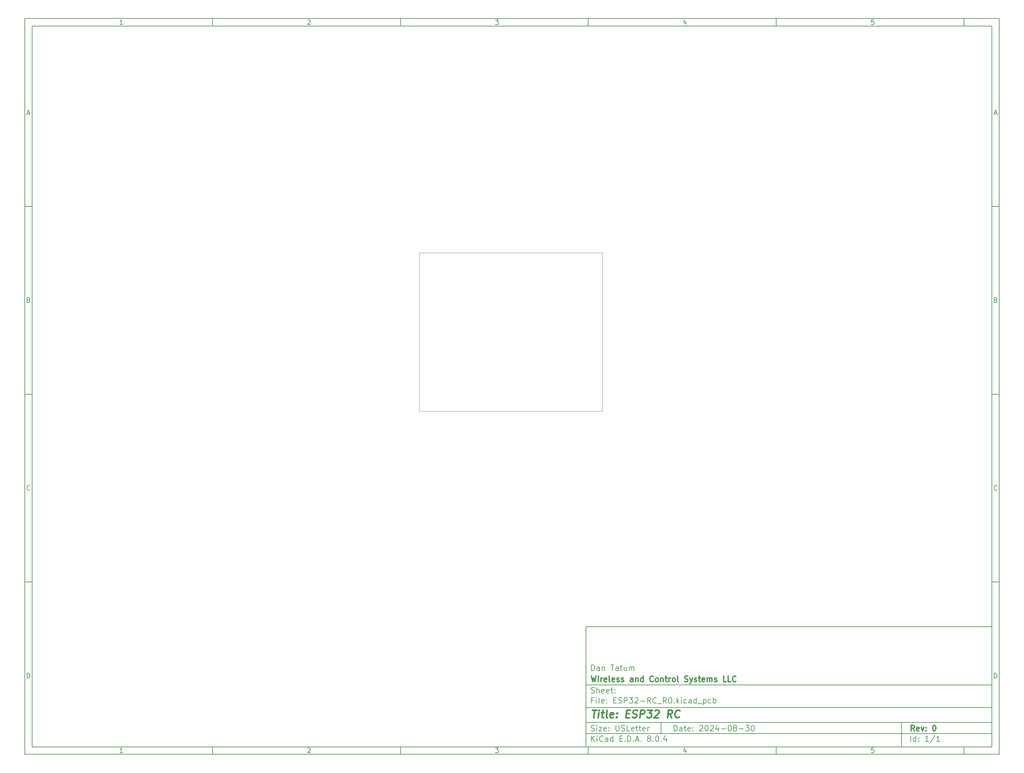
<source format=gm1>
%TF.GenerationSoftware,KiCad,Pcbnew,8.0.4*%
%TF.CreationDate,2024-09-05T11:58:49-04:00*%
%TF.ProjectId,ESP32-RC_R0,45535033-322d-4524-935f-52302e6b6963,0*%
%TF.SameCoordinates,PX6dbb4f0PY6d3f490*%
%TF.FileFunction,Profile,NP*%
%FSLAX46Y46*%
G04 Gerber Fmt 4.6, Leading zero omitted, Abs format (unit mm)*
G04 Created by KiCad (PCBNEW 8.0.4) date 2024-09-05 11:58:49*
%MOMM*%
%LPD*%
G01*
G04 APERTURE LIST*
%ADD10C,0.100000*%
%ADD11C,0.150000*%
%ADD12C,0.300000*%
%ADD13C,0.400000*%
%TA.AperFunction,Profile*%
%ADD14C,0.050800*%
%TD*%
G04 APERTURE END LIST*
D10*
D11*
X44338000Y-57346000D02*
X152338000Y-57346000D01*
X152338000Y-89346000D01*
X44338000Y-89346000D01*
X44338000Y-57346000D01*
D10*
D11*
X-105062000Y104554000D02*
X154338000Y104554000D01*
X154338000Y-91346000D01*
X-105062000Y-91346000D01*
X-105062000Y104554000D01*
D10*
D11*
X-103062000Y102554000D02*
X152338000Y102554000D01*
X152338000Y-89346000D01*
X-103062000Y-89346000D01*
X-103062000Y102554000D01*
D10*
D11*
X-55062000Y102554000D02*
X-55062000Y104554000D01*
D10*
D11*
X-5062000Y102554000D02*
X-5062000Y104554000D01*
D10*
D11*
X44938000Y102554000D02*
X44938000Y104554000D01*
D10*
D11*
X94938000Y102554000D02*
X94938000Y104554000D01*
D10*
D11*
X144938000Y102554000D02*
X144938000Y104554000D01*
D10*
D11*
X-78972840Y102960396D02*
X-79715697Y102960396D01*
X-79344269Y102960396D02*
X-79344269Y104260396D01*
X-79344269Y104260396D02*
X-79468078Y104074681D01*
X-79468078Y104074681D02*
X-79591888Y103950872D01*
X-79591888Y103950872D02*
X-79715697Y103888967D01*
D10*
D11*
X-29715697Y104136586D02*
X-29653793Y104198491D01*
X-29653793Y104198491D02*
X-29529983Y104260396D01*
X-29529983Y104260396D02*
X-29220459Y104260396D01*
X-29220459Y104260396D02*
X-29096650Y104198491D01*
X-29096650Y104198491D02*
X-29034745Y104136586D01*
X-29034745Y104136586D02*
X-28972840Y104012777D01*
X-28972840Y104012777D02*
X-28972840Y103888967D01*
X-28972840Y103888967D02*
X-29034745Y103703253D01*
X-29034745Y103703253D02*
X-29777602Y102960396D01*
X-29777602Y102960396D02*
X-28972840Y102960396D01*
D10*
D11*
X20222398Y104260396D02*
X21027160Y104260396D01*
X21027160Y104260396D02*
X20593826Y103765158D01*
X20593826Y103765158D02*
X20779541Y103765158D01*
X20779541Y103765158D02*
X20903350Y103703253D01*
X20903350Y103703253D02*
X20965255Y103641348D01*
X20965255Y103641348D02*
X21027160Y103517539D01*
X21027160Y103517539D02*
X21027160Y103208015D01*
X21027160Y103208015D02*
X20965255Y103084205D01*
X20965255Y103084205D02*
X20903350Y103022300D01*
X20903350Y103022300D02*
X20779541Y102960396D01*
X20779541Y102960396D02*
X20408112Y102960396D01*
X20408112Y102960396D02*
X20284303Y103022300D01*
X20284303Y103022300D02*
X20222398Y103084205D01*
D10*
D11*
X70903350Y103827062D02*
X70903350Y102960396D01*
X70593826Y104322300D02*
X70284303Y103393729D01*
X70284303Y103393729D02*
X71089064Y103393729D01*
D10*
D11*
X120965255Y104260396D02*
X120346207Y104260396D01*
X120346207Y104260396D02*
X120284303Y103641348D01*
X120284303Y103641348D02*
X120346207Y103703253D01*
X120346207Y103703253D02*
X120470017Y103765158D01*
X120470017Y103765158D02*
X120779541Y103765158D01*
X120779541Y103765158D02*
X120903350Y103703253D01*
X120903350Y103703253D02*
X120965255Y103641348D01*
X120965255Y103641348D02*
X121027160Y103517539D01*
X121027160Y103517539D02*
X121027160Y103208015D01*
X121027160Y103208015D02*
X120965255Y103084205D01*
X120965255Y103084205D02*
X120903350Y103022300D01*
X120903350Y103022300D02*
X120779541Y102960396D01*
X120779541Y102960396D02*
X120470017Y102960396D01*
X120470017Y102960396D02*
X120346207Y103022300D01*
X120346207Y103022300D02*
X120284303Y103084205D01*
D10*
D11*
X-55062000Y-89346000D02*
X-55062000Y-91346000D01*
D10*
D11*
X-5062000Y-89346000D02*
X-5062000Y-91346000D01*
D10*
D11*
X44938000Y-89346000D02*
X44938000Y-91346000D01*
D10*
D11*
X94938000Y-89346000D02*
X94938000Y-91346000D01*
D10*
D11*
X144938000Y-89346000D02*
X144938000Y-91346000D01*
D10*
D11*
X-78972840Y-90939604D02*
X-79715697Y-90939604D01*
X-79344269Y-90939604D02*
X-79344269Y-89639604D01*
X-79344269Y-89639604D02*
X-79468078Y-89825319D01*
X-79468078Y-89825319D02*
X-79591888Y-89949128D01*
X-79591888Y-89949128D02*
X-79715697Y-90011033D01*
D10*
D11*
X-29715697Y-89763414D02*
X-29653793Y-89701509D01*
X-29653793Y-89701509D02*
X-29529983Y-89639604D01*
X-29529983Y-89639604D02*
X-29220459Y-89639604D01*
X-29220459Y-89639604D02*
X-29096650Y-89701509D01*
X-29096650Y-89701509D02*
X-29034745Y-89763414D01*
X-29034745Y-89763414D02*
X-28972840Y-89887223D01*
X-28972840Y-89887223D02*
X-28972840Y-90011033D01*
X-28972840Y-90011033D02*
X-29034745Y-90196747D01*
X-29034745Y-90196747D02*
X-29777602Y-90939604D01*
X-29777602Y-90939604D02*
X-28972840Y-90939604D01*
D10*
D11*
X20222398Y-89639604D02*
X21027160Y-89639604D01*
X21027160Y-89639604D02*
X20593826Y-90134842D01*
X20593826Y-90134842D02*
X20779541Y-90134842D01*
X20779541Y-90134842D02*
X20903350Y-90196747D01*
X20903350Y-90196747D02*
X20965255Y-90258652D01*
X20965255Y-90258652D02*
X21027160Y-90382461D01*
X21027160Y-90382461D02*
X21027160Y-90691985D01*
X21027160Y-90691985D02*
X20965255Y-90815795D01*
X20965255Y-90815795D02*
X20903350Y-90877700D01*
X20903350Y-90877700D02*
X20779541Y-90939604D01*
X20779541Y-90939604D02*
X20408112Y-90939604D01*
X20408112Y-90939604D02*
X20284303Y-90877700D01*
X20284303Y-90877700D02*
X20222398Y-90815795D01*
D10*
D11*
X70903350Y-90072938D02*
X70903350Y-90939604D01*
X70593826Y-89577700D02*
X70284303Y-90506271D01*
X70284303Y-90506271D02*
X71089064Y-90506271D01*
D10*
D11*
X120965255Y-89639604D02*
X120346207Y-89639604D01*
X120346207Y-89639604D02*
X120284303Y-90258652D01*
X120284303Y-90258652D02*
X120346207Y-90196747D01*
X120346207Y-90196747D02*
X120470017Y-90134842D01*
X120470017Y-90134842D02*
X120779541Y-90134842D01*
X120779541Y-90134842D02*
X120903350Y-90196747D01*
X120903350Y-90196747D02*
X120965255Y-90258652D01*
X120965255Y-90258652D02*
X121027160Y-90382461D01*
X121027160Y-90382461D02*
X121027160Y-90691985D01*
X121027160Y-90691985D02*
X120965255Y-90815795D01*
X120965255Y-90815795D02*
X120903350Y-90877700D01*
X120903350Y-90877700D02*
X120779541Y-90939604D01*
X120779541Y-90939604D02*
X120470017Y-90939604D01*
X120470017Y-90939604D02*
X120346207Y-90877700D01*
X120346207Y-90877700D02*
X120284303Y-90815795D01*
D10*
D11*
X-105062000Y54554000D02*
X-103062000Y54554000D01*
D10*
D11*
X-105062000Y4554000D02*
X-103062000Y4554000D01*
D10*
D11*
X-105062000Y-45446000D02*
X-103062000Y-45446000D01*
D10*
D11*
X-104371524Y79331824D02*
X-103752477Y79331824D01*
X-104495334Y78960396D02*
X-104062001Y80260396D01*
X-104062001Y80260396D02*
X-103628667Y78960396D01*
D10*
D11*
X-103969143Y29641348D02*
X-103783429Y29579443D01*
X-103783429Y29579443D02*
X-103721524Y29517539D01*
X-103721524Y29517539D02*
X-103659620Y29393729D01*
X-103659620Y29393729D02*
X-103659620Y29208015D01*
X-103659620Y29208015D02*
X-103721524Y29084205D01*
X-103721524Y29084205D02*
X-103783429Y29022300D01*
X-103783429Y29022300D02*
X-103907239Y28960396D01*
X-103907239Y28960396D02*
X-104402477Y28960396D01*
X-104402477Y28960396D02*
X-104402477Y30260396D01*
X-104402477Y30260396D02*
X-103969143Y30260396D01*
X-103969143Y30260396D02*
X-103845334Y30198491D01*
X-103845334Y30198491D02*
X-103783429Y30136586D01*
X-103783429Y30136586D02*
X-103721524Y30012777D01*
X-103721524Y30012777D02*
X-103721524Y29888967D01*
X-103721524Y29888967D02*
X-103783429Y29765158D01*
X-103783429Y29765158D02*
X-103845334Y29703253D01*
X-103845334Y29703253D02*
X-103969143Y29641348D01*
X-103969143Y29641348D02*
X-104402477Y29641348D01*
D10*
D11*
X-103659620Y-20915795D02*
X-103721524Y-20977700D01*
X-103721524Y-20977700D02*
X-103907239Y-21039604D01*
X-103907239Y-21039604D02*
X-104031048Y-21039604D01*
X-104031048Y-21039604D02*
X-104216762Y-20977700D01*
X-104216762Y-20977700D02*
X-104340572Y-20853890D01*
X-104340572Y-20853890D02*
X-104402477Y-20730080D01*
X-104402477Y-20730080D02*
X-104464381Y-20482461D01*
X-104464381Y-20482461D02*
X-104464381Y-20296747D01*
X-104464381Y-20296747D02*
X-104402477Y-20049128D01*
X-104402477Y-20049128D02*
X-104340572Y-19925319D01*
X-104340572Y-19925319D02*
X-104216762Y-19801509D01*
X-104216762Y-19801509D02*
X-104031048Y-19739604D01*
X-104031048Y-19739604D02*
X-103907239Y-19739604D01*
X-103907239Y-19739604D02*
X-103721524Y-19801509D01*
X-103721524Y-19801509D02*
X-103659620Y-19863414D01*
D10*
D11*
X-104402477Y-71039604D02*
X-104402477Y-69739604D01*
X-104402477Y-69739604D02*
X-104092953Y-69739604D01*
X-104092953Y-69739604D02*
X-103907239Y-69801509D01*
X-103907239Y-69801509D02*
X-103783429Y-69925319D01*
X-103783429Y-69925319D02*
X-103721524Y-70049128D01*
X-103721524Y-70049128D02*
X-103659620Y-70296747D01*
X-103659620Y-70296747D02*
X-103659620Y-70482461D01*
X-103659620Y-70482461D02*
X-103721524Y-70730080D01*
X-103721524Y-70730080D02*
X-103783429Y-70853890D01*
X-103783429Y-70853890D02*
X-103907239Y-70977700D01*
X-103907239Y-70977700D02*
X-104092953Y-71039604D01*
X-104092953Y-71039604D02*
X-104402477Y-71039604D01*
D10*
D11*
X154338000Y54554000D02*
X152338000Y54554000D01*
D10*
D11*
X154338000Y4554000D02*
X152338000Y4554000D01*
D10*
D11*
X154338000Y-45446000D02*
X152338000Y-45446000D01*
D10*
D11*
X153028476Y79331824D02*
X153647523Y79331824D01*
X152904666Y78960396D02*
X153337999Y80260396D01*
X153337999Y80260396D02*
X153771333Y78960396D01*
D10*
D11*
X153430857Y29641348D02*
X153616571Y29579443D01*
X153616571Y29579443D02*
X153678476Y29517539D01*
X153678476Y29517539D02*
X153740380Y29393729D01*
X153740380Y29393729D02*
X153740380Y29208015D01*
X153740380Y29208015D02*
X153678476Y29084205D01*
X153678476Y29084205D02*
X153616571Y29022300D01*
X153616571Y29022300D02*
X153492761Y28960396D01*
X153492761Y28960396D02*
X152997523Y28960396D01*
X152997523Y28960396D02*
X152997523Y30260396D01*
X152997523Y30260396D02*
X153430857Y30260396D01*
X153430857Y30260396D02*
X153554666Y30198491D01*
X153554666Y30198491D02*
X153616571Y30136586D01*
X153616571Y30136586D02*
X153678476Y30012777D01*
X153678476Y30012777D02*
X153678476Y29888967D01*
X153678476Y29888967D02*
X153616571Y29765158D01*
X153616571Y29765158D02*
X153554666Y29703253D01*
X153554666Y29703253D02*
X153430857Y29641348D01*
X153430857Y29641348D02*
X152997523Y29641348D01*
D10*
D11*
X153740380Y-20915795D02*
X153678476Y-20977700D01*
X153678476Y-20977700D02*
X153492761Y-21039604D01*
X153492761Y-21039604D02*
X153368952Y-21039604D01*
X153368952Y-21039604D02*
X153183238Y-20977700D01*
X153183238Y-20977700D02*
X153059428Y-20853890D01*
X153059428Y-20853890D02*
X152997523Y-20730080D01*
X152997523Y-20730080D02*
X152935619Y-20482461D01*
X152935619Y-20482461D02*
X152935619Y-20296747D01*
X152935619Y-20296747D02*
X152997523Y-20049128D01*
X152997523Y-20049128D02*
X153059428Y-19925319D01*
X153059428Y-19925319D02*
X153183238Y-19801509D01*
X153183238Y-19801509D02*
X153368952Y-19739604D01*
X153368952Y-19739604D02*
X153492761Y-19739604D01*
X153492761Y-19739604D02*
X153678476Y-19801509D01*
X153678476Y-19801509D02*
X153740380Y-19863414D01*
D10*
D11*
X152997523Y-71039604D02*
X152997523Y-69739604D01*
X152997523Y-69739604D02*
X153307047Y-69739604D01*
X153307047Y-69739604D02*
X153492761Y-69801509D01*
X153492761Y-69801509D02*
X153616571Y-69925319D01*
X153616571Y-69925319D02*
X153678476Y-70049128D01*
X153678476Y-70049128D02*
X153740380Y-70296747D01*
X153740380Y-70296747D02*
X153740380Y-70482461D01*
X153740380Y-70482461D02*
X153678476Y-70730080D01*
X153678476Y-70730080D02*
X153616571Y-70853890D01*
X153616571Y-70853890D02*
X153492761Y-70977700D01*
X153492761Y-70977700D02*
X153307047Y-71039604D01*
X153307047Y-71039604D02*
X152997523Y-71039604D01*
D10*
D11*
X67793826Y-85132128D02*
X67793826Y-83632128D01*
X67793826Y-83632128D02*
X68150969Y-83632128D01*
X68150969Y-83632128D02*
X68365255Y-83703557D01*
X68365255Y-83703557D02*
X68508112Y-83846414D01*
X68508112Y-83846414D02*
X68579541Y-83989271D01*
X68579541Y-83989271D02*
X68650969Y-84274985D01*
X68650969Y-84274985D02*
X68650969Y-84489271D01*
X68650969Y-84489271D02*
X68579541Y-84774985D01*
X68579541Y-84774985D02*
X68508112Y-84917842D01*
X68508112Y-84917842D02*
X68365255Y-85060700D01*
X68365255Y-85060700D02*
X68150969Y-85132128D01*
X68150969Y-85132128D02*
X67793826Y-85132128D01*
X69936684Y-85132128D02*
X69936684Y-84346414D01*
X69936684Y-84346414D02*
X69865255Y-84203557D01*
X69865255Y-84203557D02*
X69722398Y-84132128D01*
X69722398Y-84132128D02*
X69436684Y-84132128D01*
X69436684Y-84132128D02*
X69293826Y-84203557D01*
X69936684Y-85060700D02*
X69793826Y-85132128D01*
X69793826Y-85132128D02*
X69436684Y-85132128D01*
X69436684Y-85132128D02*
X69293826Y-85060700D01*
X69293826Y-85060700D02*
X69222398Y-84917842D01*
X69222398Y-84917842D02*
X69222398Y-84774985D01*
X69222398Y-84774985D02*
X69293826Y-84632128D01*
X69293826Y-84632128D02*
X69436684Y-84560700D01*
X69436684Y-84560700D02*
X69793826Y-84560700D01*
X69793826Y-84560700D02*
X69936684Y-84489271D01*
X70436684Y-84132128D02*
X71008112Y-84132128D01*
X70650969Y-83632128D02*
X70650969Y-84917842D01*
X70650969Y-84917842D02*
X70722398Y-85060700D01*
X70722398Y-85060700D02*
X70865255Y-85132128D01*
X70865255Y-85132128D02*
X71008112Y-85132128D01*
X72079541Y-85060700D02*
X71936684Y-85132128D01*
X71936684Y-85132128D02*
X71650970Y-85132128D01*
X71650970Y-85132128D02*
X71508112Y-85060700D01*
X71508112Y-85060700D02*
X71436684Y-84917842D01*
X71436684Y-84917842D02*
X71436684Y-84346414D01*
X71436684Y-84346414D02*
X71508112Y-84203557D01*
X71508112Y-84203557D02*
X71650970Y-84132128D01*
X71650970Y-84132128D02*
X71936684Y-84132128D01*
X71936684Y-84132128D02*
X72079541Y-84203557D01*
X72079541Y-84203557D02*
X72150970Y-84346414D01*
X72150970Y-84346414D02*
X72150970Y-84489271D01*
X72150970Y-84489271D02*
X71436684Y-84632128D01*
X72793826Y-84989271D02*
X72865255Y-85060700D01*
X72865255Y-85060700D02*
X72793826Y-85132128D01*
X72793826Y-85132128D02*
X72722398Y-85060700D01*
X72722398Y-85060700D02*
X72793826Y-84989271D01*
X72793826Y-84989271D02*
X72793826Y-85132128D01*
X72793826Y-84203557D02*
X72865255Y-84274985D01*
X72865255Y-84274985D02*
X72793826Y-84346414D01*
X72793826Y-84346414D02*
X72722398Y-84274985D01*
X72722398Y-84274985D02*
X72793826Y-84203557D01*
X72793826Y-84203557D02*
X72793826Y-84346414D01*
X74579541Y-83774985D02*
X74650969Y-83703557D01*
X74650969Y-83703557D02*
X74793827Y-83632128D01*
X74793827Y-83632128D02*
X75150969Y-83632128D01*
X75150969Y-83632128D02*
X75293827Y-83703557D01*
X75293827Y-83703557D02*
X75365255Y-83774985D01*
X75365255Y-83774985D02*
X75436684Y-83917842D01*
X75436684Y-83917842D02*
X75436684Y-84060700D01*
X75436684Y-84060700D02*
X75365255Y-84274985D01*
X75365255Y-84274985D02*
X74508112Y-85132128D01*
X74508112Y-85132128D02*
X75436684Y-85132128D01*
X76365255Y-83632128D02*
X76508112Y-83632128D01*
X76508112Y-83632128D02*
X76650969Y-83703557D01*
X76650969Y-83703557D02*
X76722398Y-83774985D01*
X76722398Y-83774985D02*
X76793826Y-83917842D01*
X76793826Y-83917842D02*
X76865255Y-84203557D01*
X76865255Y-84203557D02*
X76865255Y-84560700D01*
X76865255Y-84560700D02*
X76793826Y-84846414D01*
X76793826Y-84846414D02*
X76722398Y-84989271D01*
X76722398Y-84989271D02*
X76650969Y-85060700D01*
X76650969Y-85060700D02*
X76508112Y-85132128D01*
X76508112Y-85132128D02*
X76365255Y-85132128D01*
X76365255Y-85132128D02*
X76222398Y-85060700D01*
X76222398Y-85060700D02*
X76150969Y-84989271D01*
X76150969Y-84989271D02*
X76079540Y-84846414D01*
X76079540Y-84846414D02*
X76008112Y-84560700D01*
X76008112Y-84560700D02*
X76008112Y-84203557D01*
X76008112Y-84203557D02*
X76079540Y-83917842D01*
X76079540Y-83917842D02*
X76150969Y-83774985D01*
X76150969Y-83774985D02*
X76222398Y-83703557D01*
X76222398Y-83703557D02*
X76365255Y-83632128D01*
X77436683Y-83774985D02*
X77508111Y-83703557D01*
X77508111Y-83703557D02*
X77650969Y-83632128D01*
X77650969Y-83632128D02*
X78008111Y-83632128D01*
X78008111Y-83632128D02*
X78150969Y-83703557D01*
X78150969Y-83703557D02*
X78222397Y-83774985D01*
X78222397Y-83774985D02*
X78293826Y-83917842D01*
X78293826Y-83917842D02*
X78293826Y-84060700D01*
X78293826Y-84060700D02*
X78222397Y-84274985D01*
X78222397Y-84274985D02*
X77365254Y-85132128D01*
X77365254Y-85132128D02*
X78293826Y-85132128D01*
X79579540Y-84132128D02*
X79579540Y-85132128D01*
X79222397Y-83560700D02*
X78865254Y-84632128D01*
X78865254Y-84632128D02*
X79793825Y-84632128D01*
X80365253Y-84560700D02*
X81508111Y-84560700D01*
X82508111Y-83632128D02*
X82650968Y-83632128D01*
X82650968Y-83632128D02*
X82793825Y-83703557D01*
X82793825Y-83703557D02*
X82865254Y-83774985D01*
X82865254Y-83774985D02*
X82936682Y-83917842D01*
X82936682Y-83917842D02*
X83008111Y-84203557D01*
X83008111Y-84203557D02*
X83008111Y-84560700D01*
X83008111Y-84560700D02*
X82936682Y-84846414D01*
X82936682Y-84846414D02*
X82865254Y-84989271D01*
X82865254Y-84989271D02*
X82793825Y-85060700D01*
X82793825Y-85060700D02*
X82650968Y-85132128D01*
X82650968Y-85132128D02*
X82508111Y-85132128D01*
X82508111Y-85132128D02*
X82365254Y-85060700D01*
X82365254Y-85060700D02*
X82293825Y-84989271D01*
X82293825Y-84989271D02*
X82222396Y-84846414D01*
X82222396Y-84846414D02*
X82150968Y-84560700D01*
X82150968Y-84560700D02*
X82150968Y-84203557D01*
X82150968Y-84203557D02*
X82222396Y-83917842D01*
X82222396Y-83917842D02*
X82293825Y-83774985D01*
X82293825Y-83774985D02*
X82365254Y-83703557D01*
X82365254Y-83703557D02*
X82508111Y-83632128D01*
X83865253Y-84274985D02*
X83722396Y-84203557D01*
X83722396Y-84203557D02*
X83650967Y-84132128D01*
X83650967Y-84132128D02*
X83579539Y-83989271D01*
X83579539Y-83989271D02*
X83579539Y-83917842D01*
X83579539Y-83917842D02*
X83650967Y-83774985D01*
X83650967Y-83774985D02*
X83722396Y-83703557D01*
X83722396Y-83703557D02*
X83865253Y-83632128D01*
X83865253Y-83632128D02*
X84150967Y-83632128D01*
X84150967Y-83632128D02*
X84293825Y-83703557D01*
X84293825Y-83703557D02*
X84365253Y-83774985D01*
X84365253Y-83774985D02*
X84436682Y-83917842D01*
X84436682Y-83917842D02*
X84436682Y-83989271D01*
X84436682Y-83989271D02*
X84365253Y-84132128D01*
X84365253Y-84132128D02*
X84293825Y-84203557D01*
X84293825Y-84203557D02*
X84150967Y-84274985D01*
X84150967Y-84274985D02*
X83865253Y-84274985D01*
X83865253Y-84274985D02*
X83722396Y-84346414D01*
X83722396Y-84346414D02*
X83650967Y-84417842D01*
X83650967Y-84417842D02*
X83579539Y-84560700D01*
X83579539Y-84560700D02*
X83579539Y-84846414D01*
X83579539Y-84846414D02*
X83650967Y-84989271D01*
X83650967Y-84989271D02*
X83722396Y-85060700D01*
X83722396Y-85060700D02*
X83865253Y-85132128D01*
X83865253Y-85132128D02*
X84150967Y-85132128D01*
X84150967Y-85132128D02*
X84293825Y-85060700D01*
X84293825Y-85060700D02*
X84365253Y-84989271D01*
X84365253Y-84989271D02*
X84436682Y-84846414D01*
X84436682Y-84846414D02*
X84436682Y-84560700D01*
X84436682Y-84560700D02*
X84365253Y-84417842D01*
X84365253Y-84417842D02*
X84293825Y-84346414D01*
X84293825Y-84346414D02*
X84150967Y-84274985D01*
X85079538Y-84560700D02*
X86222396Y-84560700D01*
X86793824Y-83632128D02*
X87722396Y-83632128D01*
X87722396Y-83632128D02*
X87222396Y-84203557D01*
X87222396Y-84203557D02*
X87436681Y-84203557D01*
X87436681Y-84203557D02*
X87579539Y-84274985D01*
X87579539Y-84274985D02*
X87650967Y-84346414D01*
X87650967Y-84346414D02*
X87722396Y-84489271D01*
X87722396Y-84489271D02*
X87722396Y-84846414D01*
X87722396Y-84846414D02*
X87650967Y-84989271D01*
X87650967Y-84989271D02*
X87579539Y-85060700D01*
X87579539Y-85060700D02*
X87436681Y-85132128D01*
X87436681Y-85132128D02*
X87008110Y-85132128D01*
X87008110Y-85132128D02*
X86865253Y-85060700D01*
X86865253Y-85060700D02*
X86793824Y-84989271D01*
X88650967Y-83632128D02*
X88793824Y-83632128D01*
X88793824Y-83632128D02*
X88936681Y-83703557D01*
X88936681Y-83703557D02*
X89008110Y-83774985D01*
X89008110Y-83774985D02*
X89079538Y-83917842D01*
X89079538Y-83917842D02*
X89150967Y-84203557D01*
X89150967Y-84203557D02*
X89150967Y-84560700D01*
X89150967Y-84560700D02*
X89079538Y-84846414D01*
X89079538Y-84846414D02*
X89008110Y-84989271D01*
X89008110Y-84989271D02*
X88936681Y-85060700D01*
X88936681Y-85060700D02*
X88793824Y-85132128D01*
X88793824Y-85132128D02*
X88650967Y-85132128D01*
X88650967Y-85132128D02*
X88508110Y-85060700D01*
X88508110Y-85060700D02*
X88436681Y-84989271D01*
X88436681Y-84989271D02*
X88365252Y-84846414D01*
X88365252Y-84846414D02*
X88293824Y-84560700D01*
X88293824Y-84560700D02*
X88293824Y-84203557D01*
X88293824Y-84203557D02*
X88365252Y-83917842D01*
X88365252Y-83917842D02*
X88436681Y-83774985D01*
X88436681Y-83774985D02*
X88508110Y-83703557D01*
X88508110Y-83703557D02*
X88650967Y-83632128D01*
D10*
D11*
X44338000Y-85846000D02*
X152338000Y-85846000D01*
D10*
D11*
X45793826Y-87932128D02*
X45793826Y-86432128D01*
X46650969Y-87932128D02*
X46008112Y-87074985D01*
X46650969Y-86432128D02*
X45793826Y-87289271D01*
X47293826Y-87932128D02*
X47293826Y-86932128D01*
X47293826Y-86432128D02*
X47222398Y-86503557D01*
X47222398Y-86503557D02*
X47293826Y-86574985D01*
X47293826Y-86574985D02*
X47365255Y-86503557D01*
X47365255Y-86503557D02*
X47293826Y-86432128D01*
X47293826Y-86432128D02*
X47293826Y-86574985D01*
X48865255Y-87789271D02*
X48793827Y-87860700D01*
X48793827Y-87860700D02*
X48579541Y-87932128D01*
X48579541Y-87932128D02*
X48436684Y-87932128D01*
X48436684Y-87932128D02*
X48222398Y-87860700D01*
X48222398Y-87860700D02*
X48079541Y-87717842D01*
X48079541Y-87717842D02*
X48008112Y-87574985D01*
X48008112Y-87574985D02*
X47936684Y-87289271D01*
X47936684Y-87289271D02*
X47936684Y-87074985D01*
X47936684Y-87074985D02*
X48008112Y-86789271D01*
X48008112Y-86789271D02*
X48079541Y-86646414D01*
X48079541Y-86646414D02*
X48222398Y-86503557D01*
X48222398Y-86503557D02*
X48436684Y-86432128D01*
X48436684Y-86432128D02*
X48579541Y-86432128D01*
X48579541Y-86432128D02*
X48793827Y-86503557D01*
X48793827Y-86503557D02*
X48865255Y-86574985D01*
X50150970Y-87932128D02*
X50150970Y-87146414D01*
X50150970Y-87146414D02*
X50079541Y-87003557D01*
X50079541Y-87003557D02*
X49936684Y-86932128D01*
X49936684Y-86932128D02*
X49650970Y-86932128D01*
X49650970Y-86932128D02*
X49508112Y-87003557D01*
X50150970Y-87860700D02*
X50008112Y-87932128D01*
X50008112Y-87932128D02*
X49650970Y-87932128D01*
X49650970Y-87932128D02*
X49508112Y-87860700D01*
X49508112Y-87860700D02*
X49436684Y-87717842D01*
X49436684Y-87717842D02*
X49436684Y-87574985D01*
X49436684Y-87574985D02*
X49508112Y-87432128D01*
X49508112Y-87432128D02*
X49650970Y-87360700D01*
X49650970Y-87360700D02*
X50008112Y-87360700D01*
X50008112Y-87360700D02*
X50150970Y-87289271D01*
X51508113Y-87932128D02*
X51508113Y-86432128D01*
X51508113Y-87860700D02*
X51365255Y-87932128D01*
X51365255Y-87932128D02*
X51079541Y-87932128D01*
X51079541Y-87932128D02*
X50936684Y-87860700D01*
X50936684Y-87860700D02*
X50865255Y-87789271D01*
X50865255Y-87789271D02*
X50793827Y-87646414D01*
X50793827Y-87646414D02*
X50793827Y-87217842D01*
X50793827Y-87217842D02*
X50865255Y-87074985D01*
X50865255Y-87074985D02*
X50936684Y-87003557D01*
X50936684Y-87003557D02*
X51079541Y-86932128D01*
X51079541Y-86932128D02*
X51365255Y-86932128D01*
X51365255Y-86932128D02*
X51508113Y-87003557D01*
X53365255Y-87146414D02*
X53865255Y-87146414D01*
X54079541Y-87932128D02*
X53365255Y-87932128D01*
X53365255Y-87932128D02*
X53365255Y-86432128D01*
X53365255Y-86432128D02*
X54079541Y-86432128D01*
X54722398Y-87789271D02*
X54793827Y-87860700D01*
X54793827Y-87860700D02*
X54722398Y-87932128D01*
X54722398Y-87932128D02*
X54650970Y-87860700D01*
X54650970Y-87860700D02*
X54722398Y-87789271D01*
X54722398Y-87789271D02*
X54722398Y-87932128D01*
X55436684Y-87932128D02*
X55436684Y-86432128D01*
X55436684Y-86432128D02*
X55793827Y-86432128D01*
X55793827Y-86432128D02*
X56008113Y-86503557D01*
X56008113Y-86503557D02*
X56150970Y-86646414D01*
X56150970Y-86646414D02*
X56222399Y-86789271D01*
X56222399Y-86789271D02*
X56293827Y-87074985D01*
X56293827Y-87074985D02*
X56293827Y-87289271D01*
X56293827Y-87289271D02*
X56222399Y-87574985D01*
X56222399Y-87574985D02*
X56150970Y-87717842D01*
X56150970Y-87717842D02*
X56008113Y-87860700D01*
X56008113Y-87860700D02*
X55793827Y-87932128D01*
X55793827Y-87932128D02*
X55436684Y-87932128D01*
X56936684Y-87789271D02*
X57008113Y-87860700D01*
X57008113Y-87860700D02*
X56936684Y-87932128D01*
X56936684Y-87932128D02*
X56865256Y-87860700D01*
X56865256Y-87860700D02*
X56936684Y-87789271D01*
X56936684Y-87789271D02*
X56936684Y-87932128D01*
X57579542Y-87503557D02*
X58293828Y-87503557D01*
X57436685Y-87932128D02*
X57936685Y-86432128D01*
X57936685Y-86432128D02*
X58436685Y-87932128D01*
X58936684Y-87789271D02*
X59008113Y-87860700D01*
X59008113Y-87860700D02*
X58936684Y-87932128D01*
X58936684Y-87932128D02*
X58865256Y-87860700D01*
X58865256Y-87860700D02*
X58936684Y-87789271D01*
X58936684Y-87789271D02*
X58936684Y-87932128D01*
X61008113Y-87074985D02*
X60865256Y-87003557D01*
X60865256Y-87003557D02*
X60793827Y-86932128D01*
X60793827Y-86932128D02*
X60722399Y-86789271D01*
X60722399Y-86789271D02*
X60722399Y-86717842D01*
X60722399Y-86717842D02*
X60793827Y-86574985D01*
X60793827Y-86574985D02*
X60865256Y-86503557D01*
X60865256Y-86503557D02*
X61008113Y-86432128D01*
X61008113Y-86432128D02*
X61293827Y-86432128D01*
X61293827Y-86432128D02*
X61436685Y-86503557D01*
X61436685Y-86503557D02*
X61508113Y-86574985D01*
X61508113Y-86574985D02*
X61579542Y-86717842D01*
X61579542Y-86717842D02*
X61579542Y-86789271D01*
X61579542Y-86789271D02*
X61508113Y-86932128D01*
X61508113Y-86932128D02*
X61436685Y-87003557D01*
X61436685Y-87003557D02*
X61293827Y-87074985D01*
X61293827Y-87074985D02*
X61008113Y-87074985D01*
X61008113Y-87074985D02*
X60865256Y-87146414D01*
X60865256Y-87146414D02*
X60793827Y-87217842D01*
X60793827Y-87217842D02*
X60722399Y-87360700D01*
X60722399Y-87360700D02*
X60722399Y-87646414D01*
X60722399Y-87646414D02*
X60793827Y-87789271D01*
X60793827Y-87789271D02*
X60865256Y-87860700D01*
X60865256Y-87860700D02*
X61008113Y-87932128D01*
X61008113Y-87932128D02*
X61293827Y-87932128D01*
X61293827Y-87932128D02*
X61436685Y-87860700D01*
X61436685Y-87860700D02*
X61508113Y-87789271D01*
X61508113Y-87789271D02*
X61579542Y-87646414D01*
X61579542Y-87646414D02*
X61579542Y-87360700D01*
X61579542Y-87360700D02*
X61508113Y-87217842D01*
X61508113Y-87217842D02*
X61436685Y-87146414D01*
X61436685Y-87146414D02*
X61293827Y-87074985D01*
X62222398Y-87789271D02*
X62293827Y-87860700D01*
X62293827Y-87860700D02*
X62222398Y-87932128D01*
X62222398Y-87932128D02*
X62150970Y-87860700D01*
X62150970Y-87860700D02*
X62222398Y-87789271D01*
X62222398Y-87789271D02*
X62222398Y-87932128D01*
X63222399Y-86432128D02*
X63365256Y-86432128D01*
X63365256Y-86432128D02*
X63508113Y-86503557D01*
X63508113Y-86503557D02*
X63579542Y-86574985D01*
X63579542Y-86574985D02*
X63650970Y-86717842D01*
X63650970Y-86717842D02*
X63722399Y-87003557D01*
X63722399Y-87003557D02*
X63722399Y-87360700D01*
X63722399Y-87360700D02*
X63650970Y-87646414D01*
X63650970Y-87646414D02*
X63579542Y-87789271D01*
X63579542Y-87789271D02*
X63508113Y-87860700D01*
X63508113Y-87860700D02*
X63365256Y-87932128D01*
X63365256Y-87932128D02*
X63222399Y-87932128D01*
X63222399Y-87932128D02*
X63079542Y-87860700D01*
X63079542Y-87860700D02*
X63008113Y-87789271D01*
X63008113Y-87789271D02*
X62936684Y-87646414D01*
X62936684Y-87646414D02*
X62865256Y-87360700D01*
X62865256Y-87360700D02*
X62865256Y-87003557D01*
X62865256Y-87003557D02*
X62936684Y-86717842D01*
X62936684Y-86717842D02*
X63008113Y-86574985D01*
X63008113Y-86574985D02*
X63079542Y-86503557D01*
X63079542Y-86503557D02*
X63222399Y-86432128D01*
X64365255Y-87789271D02*
X64436684Y-87860700D01*
X64436684Y-87860700D02*
X64365255Y-87932128D01*
X64365255Y-87932128D02*
X64293827Y-87860700D01*
X64293827Y-87860700D02*
X64365255Y-87789271D01*
X64365255Y-87789271D02*
X64365255Y-87932128D01*
X65722399Y-86932128D02*
X65722399Y-87932128D01*
X65365256Y-86360700D02*
X65008113Y-87432128D01*
X65008113Y-87432128D02*
X65936684Y-87432128D01*
D10*
D11*
X44338000Y-82846000D02*
X152338000Y-82846000D01*
D10*
D12*
X131749653Y-85124328D02*
X131249653Y-84410042D01*
X130892510Y-85124328D02*
X130892510Y-83624328D01*
X130892510Y-83624328D02*
X131463939Y-83624328D01*
X131463939Y-83624328D02*
X131606796Y-83695757D01*
X131606796Y-83695757D02*
X131678225Y-83767185D01*
X131678225Y-83767185D02*
X131749653Y-83910042D01*
X131749653Y-83910042D02*
X131749653Y-84124328D01*
X131749653Y-84124328D02*
X131678225Y-84267185D01*
X131678225Y-84267185D02*
X131606796Y-84338614D01*
X131606796Y-84338614D02*
X131463939Y-84410042D01*
X131463939Y-84410042D02*
X130892510Y-84410042D01*
X132963939Y-85052900D02*
X132821082Y-85124328D01*
X132821082Y-85124328D02*
X132535368Y-85124328D01*
X132535368Y-85124328D02*
X132392510Y-85052900D01*
X132392510Y-85052900D02*
X132321082Y-84910042D01*
X132321082Y-84910042D02*
X132321082Y-84338614D01*
X132321082Y-84338614D02*
X132392510Y-84195757D01*
X132392510Y-84195757D02*
X132535368Y-84124328D01*
X132535368Y-84124328D02*
X132821082Y-84124328D01*
X132821082Y-84124328D02*
X132963939Y-84195757D01*
X132963939Y-84195757D02*
X133035368Y-84338614D01*
X133035368Y-84338614D02*
X133035368Y-84481471D01*
X133035368Y-84481471D02*
X132321082Y-84624328D01*
X133535367Y-84124328D02*
X133892510Y-85124328D01*
X133892510Y-85124328D02*
X134249653Y-84124328D01*
X134821081Y-84981471D02*
X134892510Y-85052900D01*
X134892510Y-85052900D02*
X134821081Y-85124328D01*
X134821081Y-85124328D02*
X134749653Y-85052900D01*
X134749653Y-85052900D02*
X134821081Y-84981471D01*
X134821081Y-84981471D02*
X134821081Y-85124328D01*
X134821081Y-84195757D02*
X134892510Y-84267185D01*
X134892510Y-84267185D02*
X134821081Y-84338614D01*
X134821081Y-84338614D02*
X134749653Y-84267185D01*
X134749653Y-84267185D02*
X134821081Y-84195757D01*
X134821081Y-84195757D02*
X134821081Y-84338614D01*
X136963939Y-83624328D02*
X137106796Y-83624328D01*
X137106796Y-83624328D02*
X137249653Y-83695757D01*
X137249653Y-83695757D02*
X137321082Y-83767185D01*
X137321082Y-83767185D02*
X137392510Y-83910042D01*
X137392510Y-83910042D02*
X137463939Y-84195757D01*
X137463939Y-84195757D02*
X137463939Y-84552900D01*
X137463939Y-84552900D02*
X137392510Y-84838614D01*
X137392510Y-84838614D02*
X137321082Y-84981471D01*
X137321082Y-84981471D02*
X137249653Y-85052900D01*
X137249653Y-85052900D02*
X137106796Y-85124328D01*
X137106796Y-85124328D02*
X136963939Y-85124328D01*
X136963939Y-85124328D02*
X136821082Y-85052900D01*
X136821082Y-85052900D02*
X136749653Y-84981471D01*
X136749653Y-84981471D02*
X136678224Y-84838614D01*
X136678224Y-84838614D02*
X136606796Y-84552900D01*
X136606796Y-84552900D02*
X136606796Y-84195757D01*
X136606796Y-84195757D02*
X136678224Y-83910042D01*
X136678224Y-83910042D02*
X136749653Y-83767185D01*
X136749653Y-83767185D02*
X136821082Y-83695757D01*
X136821082Y-83695757D02*
X136963939Y-83624328D01*
D10*
D11*
X45722398Y-85060700D02*
X45936684Y-85132128D01*
X45936684Y-85132128D02*
X46293826Y-85132128D01*
X46293826Y-85132128D02*
X46436684Y-85060700D01*
X46436684Y-85060700D02*
X46508112Y-84989271D01*
X46508112Y-84989271D02*
X46579541Y-84846414D01*
X46579541Y-84846414D02*
X46579541Y-84703557D01*
X46579541Y-84703557D02*
X46508112Y-84560700D01*
X46508112Y-84560700D02*
X46436684Y-84489271D01*
X46436684Y-84489271D02*
X46293826Y-84417842D01*
X46293826Y-84417842D02*
X46008112Y-84346414D01*
X46008112Y-84346414D02*
X45865255Y-84274985D01*
X45865255Y-84274985D02*
X45793826Y-84203557D01*
X45793826Y-84203557D02*
X45722398Y-84060700D01*
X45722398Y-84060700D02*
X45722398Y-83917842D01*
X45722398Y-83917842D02*
X45793826Y-83774985D01*
X45793826Y-83774985D02*
X45865255Y-83703557D01*
X45865255Y-83703557D02*
X46008112Y-83632128D01*
X46008112Y-83632128D02*
X46365255Y-83632128D01*
X46365255Y-83632128D02*
X46579541Y-83703557D01*
X47222397Y-85132128D02*
X47222397Y-84132128D01*
X47222397Y-83632128D02*
X47150969Y-83703557D01*
X47150969Y-83703557D02*
X47222397Y-83774985D01*
X47222397Y-83774985D02*
X47293826Y-83703557D01*
X47293826Y-83703557D02*
X47222397Y-83632128D01*
X47222397Y-83632128D02*
X47222397Y-83774985D01*
X47793826Y-84132128D02*
X48579541Y-84132128D01*
X48579541Y-84132128D02*
X47793826Y-85132128D01*
X47793826Y-85132128D02*
X48579541Y-85132128D01*
X49722398Y-85060700D02*
X49579541Y-85132128D01*
X49579541Y-85132128D02*
X49293827Y-85132128D01*
X49293827Y-85132128D02*
X49150969Y-85060700D01*
X49150969Y-85060700D02*
X49079541Y-84917842D01*
X49079541Y-84917842D02*
X49079541Y-84346414D01*
X49079541Y-84346414D02*
X49150969Y-84203557D01*
X49150969Y-84203557D02*
X49293827Y-84132128D01*
X49293827Y-84132128D02*
X49579541Y-84132128D01*
X49579541Y-84132128D02*
X49722398Y-84203557D01*
X49722398Y-84203557D02*
X49793827Y-84346414D01*
X49793827Y-84346414D02*
X49793827Y-84489271D01*
X49793827Y-84489271D02*
X49079541Y-84632128D01*
X50436683Y-84989271D02*
X50508112Y-85060700D01*
X50508112Y-85060700D02*
X50436683Y-85132128D01*
X50436683Y-85132128D02*
X50365255Y-85060700D01*
X50365255Y-85060700D02*
X50436683Y-84989271D01*
X50436683Y-84989271D02*
X50436683Y-85132128D01*
X50436683Y-84203557D02*
X50508112Y-84274985D01*
X50508112Y-84274985D02*
X50436683Y-84346414D01*
X50436683Y-84346414D02*
X50365255Y-84274985D01*
X50365255Y-84274985D02*
X50436683Y-84203557D01*
X50436683Y-84203557D02*
X50436683Y-84346414D01*
X52293826Y-83632128D02*
X52293826Y-84846414D01*
X52293826Y-84846414D02*
X52365255Y-84989271D01*
X52365255Y-84989271D02*
X52436684Y-85060700D01*
X52436684Y-85060700D02*
X52579541Y-85132128D01*
X52579541Y-85132128D02*
X52865255Y-85132128D01*
X52865255Y-85132128D02*
X53008112Y-85060700D01*
X53008112Y-85060700D02*
X53079541Y-84989271D01*
X53079541Y-84989271D02*
X53150969Y-84846414D01*
X53150969Y-84846414D02*
X53150969Y-83632128D01*
X53793827Y-85060700D02*
X54008113Y-85132128D01*
X54008113Y-85132128D02*
X54365255Y-85132128D01*
X54365255Y-85132128D02*
X54508113Y-85060700D01*
X54508113Y-85060700D02*
X54579541Y-84989271D01*
X54579541Y-84989271D02*
X54650970Y-84846414D01*
X54650970Y-84846414D02*
X54650970Y-84703557D01*
X54650970Y-84703557D02*
X54579541Y-84560700D01*
X54579541Y-84560700D02*
X54508113Y-84489271D01*
X54508113Y-84489271D02*
X54365255Y-84417842D01*
X54365255Y-84417842D02*
X54079541Y-84346414D01*
X54079541Y-84346414D02*
X53936684Y-84274985D01*
X53936684Y-84274985D02*
X53865255Y-84203557D01*
X53865255Y-84203557D02*
X53793827Y-84060700D01*
X53793827Y-84060700D02*
X53793827Y-83917842D01*
X53793827Y-83917842D02*
X53865255Y-83774985D01*
X53865255Y-83774985D02*
X53936684Y-83703557D01*
X53936684Y-83703557D02*
X54079541Y-83632128D01*
X54079541Y-83632128D02*
X54436684Y-83632128D01*
X54436684Y-83632128D02*
X54650970Y-83703557D01*
X56008112Y-85132128D02*
X55293826Y-85132128D01*
X55293826Y-85132128D02*
X55293826Y-83632128D01*
X57079541Y-85060700D02*
X56936684Y-85132128D01*
X56936684Y-85132128D02*
X56650970Y-85132128D01*
X56650970Y-85132128D02*
X56508112Y-85060700D01*
X56508112Y-85060700D02*
X56436684Y-84917842D01*
X56436684Y-84917842D02*
X56436684Y-84346414D01*
X56436684Y-84346414D02*
X56508112Y-84203557D01*
X56508112Y-84203557D02*
X56650970Y-84132128D01*
X56650970Y-84132128D02*
X56936684Y-84132128D01*
X56936684Y-84132128D02*
X57079541Y-84203557D01*
X57079541Y-84203557D02*
X57150970Y-84346414D01*
X57150970Y-84346414D02*
X57150970Y-84489271D01*
X57150970Y-84489271D02*
X56436684Y-84632128D01*
X57579541Y-84132128D02*
X58150969Y-84132128D01*
X57793826Y-83632128D02*
X57793826Y-84917842D01*
X57793826Y-84917842D02*
X57865255Y-85060700D01*
X57865255Y-85060700D02*
X58008112Y-85132128D01*
X58008112Y-85132128D02*
X58150969Y-85132128D01*
X58436684Y-84132128D02*
X59008112Y-84132128D01*
X58650969Y-83632128D02*
X58650969Y-84917842D01*
X58650969Y-84917842D02*
X58722398Y-85060700D01*
X58722398Y-85060700D02*
X58865255Y-85132128D01*
X58865255Y-85132128D02*
X59008112Y-85132128D01*
X60079541Y-85060700D02*
X59936684Y-85132128D01*
X59936684Y-85132128D02*
X59650970Y-85132128D01*
X59650970Y-85132128D02*
X59508112Y-85060700D01*
X59508112Y-85060700D02*
X59436684Y-84917842D01*
X59436684Y-84917842D02*
X59436684Y-84346414D01*
X59436684Y-84346414D02*
X59508112Y-84203557D01*
X59508112Y-84203557D02*
X59650970Y-84132128D01*
X59650970Y-84132128D02*
X59936684Y-84132128D01*
X59936684Y-84132128D02*
X60079541Y-84203557D01*
X60079541Y-84203557D02*
X60150970Y-84346414D01*
X60150970Y-84346414D02*
X60150970Y-84489271D01*
X60150970Y-84489271D02*
X59436684Y-84632128D01*
X60793826Y-85132128D02*
X60793826Y-84132128D01*
X60793826Y-84417842D02*
X60865255Y-84274985D01*
X60865255Y-84274985D02*
X60936684Y-84203557D01*
X60936684Y-84203557D02*
X61079541Y-84132128D01*
X61079541Y-84132128D02*
X61222398Y-84132128D01*
D10*
D11*
X130793826Y-87932128D02*
X130793826Y-86432128D01*
X132150970Y-87932128D02*
X132150970Y-86432128D01*
X132150970Y-87860700D02*
X132008112Y-87932128D01*
X132008112Y-87932128D02*
X131722398Y-87932128D01*
X131722398Y-87932128D02*
X131579541Y-87860700D01*
X131579541Y-87860700D02*
X131508112Y-87789271D01*
X131508112Y-87789271D02*
X131436684Y-87646414D01*
X131436684Y-87646414D02*
X131436684Y-87217842D01*
X131436684Y-87217842D02*
X131508112Y-87074985D01*
X131508112Y-87074985D02*
X131579541Y-87003557D01*
X131579541Y-87003557D02*
X131722398Y-86932128D01*
X131722398Y-86932128D02*
X132008112Y-86932128D01*
X132008112Y-86932128D02*
X132150970Y-87003557D01*
X132865255Y-87789271D02*
X132936684Y-87860700D01*
X132936684Y-87860700D02*
X132865255Y-87932128D01*
X132865255Y-87932128D02*
X132793827Y-87860700D01*
X132793827Y-87860700D02*
X132865255Y-87789271D01*
X132865255Y-87789271D02*
X132865255Y-87932128D01*
X132865255Y-87003557D02*
X132936684Y-87074985D01*
X132936684Y-87074985D02*
X132865255Y-87146414D01*
X132865255Y-87146414D02*
X132793827Y-87074985D01*
X132793827Y-87074985D02*
X132865255Y-87003557D01*
X132865255Y-87003557D02*
X132865255Y-87146414D01*
X135508113Y-87932128D02*
X134650970Y-87932128D01*
X135079541Y-87932128D02*
X135079541Y-86432128D01*
X135079541Y-86432128D02*
X134936684Y-86646414D01*
X134936684Y-86646414D02*
X134793827Y-86789271D01*
X134793827Y-86789271D02*
X134650970Y-86860700D01*
X137222398Y-86360700D02*
X135936684Y-88289271D01*
X138508113Y-87932128D02*
X137650970Y-87932128D01*
X138079541Y-87932128D02*
X138079541Y-86432128D01*
X138079541Y-86432128D02*
X137936684Y-86646414D01*
X137936684Y-86646414D02*
X137793827Y-86789271D01*
X137793827Y-86789271D02*
X137650970Y-86860700D01*
D10*
D11*
X44338000Y-78846000D02*
X152338000Y-78846000D01*
D10*
D13*
X46029728Y-79550438D02*
X47172585Y-79550438D01*
X46351157Y-81550438D02*
X46601157Y-79550438D01*
X47589252Y-81550438D02*
X47755919Y-80217104D01*
X47839252Y-79550438D02*
X47732109Y-79645676D01*
X47732109Y-79645676D02*
X47815443Y-79740914D01*
X47815443Y-79740914D02*
X47922586Y-79645676D01*
X47922586Y-79645676D02*
X47839252Y-79550438D01*
X47839252Y-79550438D02*
X47815443Y-79740914D01*
X48422586Y-80217104D02*
X49184490Y-80217104D01*
X48791633Y-79550438D02*
X48577348Y-81264723D01*
X48577348Y-81264723D02*
X48648776Y-81455200D01*
X48648776Y-81455200D02*
X48827348Y-81550438D01*
X48827348Y-81550438D02*
X49017824Y-81550438D01*
X49970205Y-81550438D02*
X49791633Y-81455200D01*
X49791633Y-81455200D02*
X49720205Y-81264723D01*
X49720205Y-81264723D02*
X49934490Y-79550438D01*
X51505919Y-81455200D02*
X51303538Y-81550438D01*
X51303538Y-81550438D02*
X50922585Y-81550438D01*
X50922585Y-81550438D02*
X50744014Y-81455200D01*
X50744014Y-81455200D02*
X50672585Y-81264723D01*
X50672585Y-81264723D02*
X50767824Y-80502819D01*
X50767824Y-80502819D02*
X50886871Y-80312342D01*
X50886871Y-80312342D02*
X51089252Y-80217104D01*
X51089252Y-80217104D02*
X51470204Y-80217104D01*
X51470204Y-80217104D02*
X51648776Y-80312342D01*
X51648776Y-80312342D02*
X51720204Y-80502819D01*
X51720204Y-80502819D02*
X51696395Y-80693295D01*
X51696395Y-80693295D02*
X50720204Y-80883771D01*
X52470205Y-81359961D02*
X52553538Y-81455200D01*
X52553538Y-81455200D02*
X52446395Y-81550438D01*
X52446395Y-81550438D02*
X52363062Y-81455200D01*
X52363062Y-81455200D02*
X52470205Y-81359961D01*
X52470205Y-81359961D02*
X52446395Y-81550438D01*
X52601157Y-80312342D02*
X52684490Y-80407580D01*
X52684490Y-80407580D02*
X52577348Y-80502819D01*
X52577348Y-80502819D02*
X52494014Y-80407580D01*
X52494014Y-80407580D02*
X52601157Y-80312342D01*
X52601157Y-80312342D02*
X52577348Y-80502819D01*
X55053539Y-80502819D02*
X55720205Y-80502819D01*
X55874967Y-81550438D02*
X54922586Y-81550438D01*
X54922586Y-81550438D02*
X55172586Y-79550438D01*
X55172586Y-79550438D02*
X56124967Y-79550438D01*
X56648777Y-81455200D02*
X56922586Y-81550438D01*
X56922586Y-81550438D02*
X57398777Y-81550438D01*
X57398777Y-81550438D02*
X57601158Y-81455200D01*
X57601158Y-81455200D02*
X57708301Y-81359961D01*
X57708301Y-81359961D02*
X57827348Y-81169485D01*
X57827348Y-81169485D02*
X57851158Y-80979009D01*
X57851158Y-80979009D02*
X57779729Y-80788533D01*
X57779729Y-80788533D02*
X57696396Y-80693295D01*
X57696396Y-80693295D02*
X57517825Y-80598057D01*
X57517825Y-80598057D02*
X57148777Y-80502819D01*
X57148777Y-80502819D02*
X56970205Y-80407580D01*
X56970205Y-80407580D02*
X56886872Y-80312342D01*
X56886872Y-80312342D02*
X56815444Y-80121866D01*
X56815444Y-80121866D02*
X56839253Y-79931390D01*
X56839253Y-79931390D02*
X56958301Y-79740914D01*
X56958301Y-79740914D02*
X57065444Y-79645676D01*
X57065444Y-79645676D02*
X57267825Y-79550438D01*
X57267825Y-79550438D02*
X57744015Y-79550438D01*
X57744015Y-79550438D02*
X58017825Y-79645676D01*
X58636872Y-81550438D02*
X58886872Y-79550438D01*
X58886872Y-79550438D02*
X59648777Y-79550438D01*
X59648777Y-79550438D02*
X59827348Y-79645676D01*
X59827348Y-79645676D02*
X59910682Y-79740914D01*
X59910682Y-79740914D02*
X59982110Y-79931390D01*
X59982110Y-79931390D02*
X59946396Y-80217104D01*
X59946396Y-80217104D02*
X59827348Y-80407580D01*
X59827348Y-80407580D02*
X59720206Y-80502819D01*
X59720206Y-80502819D02*
X59517825Y-80598057D01*
X59517825Y-80598057D02*
X58755920Y-80598057D01*
X60696396Y-79550438D02*
X61934491Y-79550438D01*
X61934491Y-79550438D02*
X61172587Y-80312342D01*
X61172587Y-80312342D02*
X61458301Y-80312342D01*
X61458301Y-80312342D02*
X61636872Y-80407580D01*
X61636872Y-80407580D02*
X61720206Y-80502819D01*
X61720206Y-80502819D02*
X61791634Y-80693295D01*
X61791634Y-80693295D02*
X61732110Y-81169485D01*
X61732110Y-81169485D02*
X61613063Y-81359961D01*
X61613063Y-81359961D02*
X61505920Y-81455200D01*
X61505920Y-81455200D02*
X61303539Y-81550438D01*
X61303539Y-81550438D02*
X60732110Y-81550438D01*
X60732110Y-81550438D02*
X60553539Y-81455200D01*
X60553539Y-81455200D02*
X60470206Y-81359961D01*
X62672587Y-79740914D02*
X62779729Y-79645676D01*
X62779729Y-79645676D02*
X62982110Y-79550438D01*
X62982110Y-79550438D02*
X63458301Y-79550438D01*
X63458301Y-79550438D02*
X63636872Y-79645676D01*
X63636872Y-79645676D02*
X63720206Y-79740914D01*
X63720206Y-79740914D02*
X63791634Y-79931390D01*
X63791634Y-79931390D02*
X63767825Y-80121866D01*
X63767825Y-80121866D02*
X63636872Y-80407580D01*
X63636872Y-80407580D02*
X62351158Y-81550438D01*
X62351158Y-81550438D02*
X63589253Y-81550438D01*
X67113063Y-81550438D02*
X66565444Y-80598057D01*
X65970206Y-81550438D02*
X66220206Y-79550438D01*
X66220206Y-79550438D02*
X66982111Y-79550438D01*
X66982111Y-79550438D02*
X67160682Y-79645676D01*
X67160682Y-79645676D02*
X67244016Y-79740914D01*
X67244016Y-79740914D02*
X67315444Y-79931390D01*
X67315444Y-79931390D02*
X67279730Y-80217104D01*
X67279730Y-80217104D02*
X67160682Y-80407580D01*
X67160682Y-80407580D02*
X67053540Y-80502819D01*
X67053540Y-80502819D02*
X66851159Y-80598057D01*
X66851159Y-80598057D02*
X66089254Y-80598057D01*
X69136873Y-81359961D02*
X69029730Y-81455200D01*
X69029730Y-81455200D02*
X68732111Y-81550438D01*
X68732111Y-81550438D02*
X68541635Y-81550438D01*
X68541635Y-81550438D02*
X68267825Y-81455200D01*
X68267825Y-81455200D02*
X68101159Y-81264723D01*
X68101159Y-81264723D02*
X68029730Y-81074247D01*
X68029730Y-81074247D02*
X67982111Y-80693295D01*
X67982111Y-80693295D02*
X68017825Y-80407580D01*
X68017825Y-80407580D02*
X68160682Y-80026628D01*
X68160682Y-80026628D02*
X68279730Y-79836152D01*
X68279730Y-79836152D02*
X68494016Y-79645676D01*
X68494016Y-79645676D02*
X68791635Y-79550438D01*
X68791635Y-79550438D02*
X68982111Y-79550438D01*
X68982111Y-79550438D02*
X69255921Y-79645676D01*
X69255921Y-79645676D02*
X69339254Y-79740914D01*
D10*
D11*
X46293826Y-76946414D02*
X45793826Y-76946414D01*
X45793826Y-77732128D02*
X45793826Y-76232128D01*
X45793826Y-76232128D02*
X46508112Y-76232128D01*
X47079540Y-77732128D02*
X47079540Y-76732128D01*
X47079540Y-76232128D02*
X47008112Y-76303557D01*
X47008112Y-76303557D02*
X47079540Y-76374985D01*
X47079540Y-76374985D02*
X47150969Y-76303557D01*
X47150969Y-76303557D02*
X47079540Y-76232128D01*
X47079540Y-76232128D02*
X47079540Y-76374985D01*
X48008112Y-77732128D02*
X47865255Y-77660700D01*
X47865255Y-77660700D02*
X47793826Y-77517842D01*
X47793826Y-77517842D02*
X47793826Y-76232128D01*
X49150969Y-77660700D02*
X49008112Y-77732128D01*
X49008112Y-77732128D02*
X48722398Y-77732128D01*
X48722398Y-77732128D02*
X48579540Y-77660700D01*
X48579540Y-77660700D02*
X48508112Y-77517842D01*
X48508112Y-77517842D02*
X48508112Y-76946414D01*
X48508112Y-76946414D02*
X48579540Y-76803557D01*
X48579540Y-76803557D02*
X48722398Y-76732128D01*
X48722398Y-76732128D02*
X49008112Y-76732128D01*
X49008112Y-76732128D02*
X49150969Y-76803557D01*
X49150969Y-76803557D02*
X49222398Y-76946414D01*
X49222398Y-76946414D02*
X49222398Y-77089271D01*
X49222398Y-77089271D02*
X48508112Y-77232128D01*
X49865254Y-77589271D02*
X49936683Y-77660700D01*
X49936683Y-77660700D02*
X49865254Y-77732128D01*
X49865254Y-77732128D02*
X49793826Y-77660700D01*
X49793826Y-77660700D02*
X49865254Y-77589271D01*
X49865254Y-77589271D02*
X49865254Y-77732128D01*
X49865254Y-76803557D02*
X49936683Y-76874985D01*
X49936683Y-76874985D02*
X49865254Y-76946414D01*
X49865254Y-76946414D02*
X49793826Y-76874985D01*
X49793826Y-76874985D02*
X49865254Y-76803557D01*
X49865254Y-76803557D02*
X49865254Y-76946414D01*
X51722397Y-76946414D02*
X52222397Y-76946414D01*
X52436683Y-77732128D02*
X51722397Y-77732128D01*
X51722397Y-77732128D02*
X51722397Y-76232128D01*
X51722397Y-76232128D02*
X52436683Y-76232128D01*
X53008112Y-77660700D02*
X53222398Y-77732128D01*
X53222398Y-77732128D02*
X53579540Y-77732128D01*
X53579540Y-77732128D02*
X53722398Y-77660700D01*
X53722398Y-77660700D02*
X53793826Y-77589271D01*
X53793826Y-77589271D02*
X53865255Y-77446414D01*
X53865255Y-77446414D02*
X53865255Y-77303557D01*
X53865255Y-77303557D02*
X53793826Y-77160700D01*
X53793826Y-77160700D02*
X53722398Y-77089271D01*
X53722398Y-77089271D02*
X53579540Y-77017842D01*
X53579540Y-77017842D02*
X53293826Y-76946414D01*
X53293826Y-76946414D02*
X53150969Y-76874985D01*
X53150969Y-76874985D02*
X53079540Y-76803557D01*
X53079540Y-76803557D02*
X53008112Y-76660700D01*
X53008112Y-76660700D02*
X53008112Y-76517842D01*
X53008112Y-76517842D02*
X53079540Y-76374985D01*
X53079540Y-76374985D02*
X53150969Y-76303557D01*
X53150969Y-76303557D02*
X53293826Y-76232128D01*
X53293826Y-76232128D02*
X53650969Y-76232128D01*
X53650969Y-76232128D02*
X53865255Y-76303557D01*
X54508111Y-77732128D02*
X54508111Y-76232128D01*
X54508111Y-76232128D02*
X55079540Y-76232128D01*
X55079540Y-76232128D02*
X55222397Y-76303557D01*
X55222397Y-76303557D02*
X55293826Y-76374985D01*
X55293826Y-76374985D02*
X55365254Y-76517842D01*
X55365254Y-76517842D02*
X55365254Y-76732128D01*
X55365254Y-76732128D02*
X55293826Y-76874985D01*
X55293826Y-76874985D02*
X55222397Y-76946414D01*
X55222397Y-76946414D02*
X55079540Y-77017842D01*
X55079540Y-77017842D02*
X54508111Y-77017842D01*
X55865254Y-76232128D02*
X56793826Y-76232128D01*
X56793826Y-76232128D02*
X56293826Y-76803557D01*
X56293826Y-76803557D02*
X56508111Y-76803557D01*
X56508111Y-76803557D02*
X56650969Y-76874985D01*
X56650969Y-76874985D02*
X56722397Y-76946414D01*
X56722397Y-76946414D02*
X56793826Y-77089271D01*
X56793826Y-77089271D02*
X56793826Y-77446414D01*
X56793826Y-77446414D02*
X56722397Y-77589271D01*
X56722397Y-77589271D02*
X56650969Y-77660700D01*
X56650969Y-77660700D02*
X56508111Y-77732128D01*
X56508111Y-77732128D02*
X56079540Y-77732128D01*
X56079540Y-77732128D02*
X55936683Y-77660700D01*
X55936683Y-77660700D02*
X55865254Y-77589271D01*
X57365254Y-76374985D02*
X57436682Y-76303557D01*
X57436682Y-76303557D02*
X57579540Y-76232128D01*
X57579540Y-76232128D02*
X57936682Y-76232128D01*
X57936682Y-76232128D02*
X58079540Y-76303557D01*
X58079540Y-76303557D02*
X58150968Y-76374985D01*
X58150968Y-76374985D02*
X58222397Y-76517842D01*
X58222397Y-76517842D02*
X58222397Y-76660700D01*
X58222397Y-76660700D02*
X58150968Y-76874985D01*
X58150968Y-76874985D02*
X57293825Y-77732128D01*
X57293825Y-77732128D02*
X58222397Y-77732128D01*
X58865253Y-77160700D02*
X60008111Y-77160700D01*
X61579539Y-77732128D02*
X61079539Y-77017842D01*
X60722396Y-77732128D02*
X60722396Y-76232128D01*
X60722396Y-76232128D02*
X61293825Y-76232128D01*
X61293825Y-76232128D02*
X61436682Y-76303557D01*
X61436682Y-76303557D02*
X61508111Y-76374985D01*
X61508111Y-76374985D02*
X61579539Y-76517842D01*
X61579539Y-76517842D02*
X61579539Y-76732128D01*
X61579539Y-76732128D02*
X61508111Y-76874985D01*
X61508111Y-76874985D02*
X61436682Y-76946414D01*
X61436682Y-76946414D02*
X61293825Y-77017842D01*
X61293825Y-77017842D02*
X60722396Y-77017842D01*
X63079539Y-77589271D02*
X63008111Y-77660700D01*
X63008111Y-77660700D02*
X62793825Y-77732128D01*
X62793825Y-77732128D02*
X62650968Y-77732128D01*
X62650968Y-77732128D02*
X62436682Y-77660700D01*
X62436682Y-77660700D02*
X62293825Y-77517842D01*
X62293825Y-77517842D02*
X62222396Y-77374985D01*
X62222396Y-77374985D02*
X62150968Y-77089271D01*
X62150968Y-77089271D02*
X62150968Y-76874985D01*
X62150968Y-76874985D02*
X62222396Y-76589271D01*
X62222396Y-76589271D02*
X62293825Y-76446414D01*
X62293825Y-76446414D02*
X62436682Y-76303557D01*
X62436682Y-76303557D02*
X62650968Y-76232128D01*
X62650968Y-76232128D02*
X62793825Y-76232128D01*
X62793825Y-76232128D02*
X63008111Y-76303557D01*
X63008111Y-76303557D02*
X63079539Y-76374985D01*
X63365254Y-77874985D02*
X64508111Y-77874985D01*
X65722396Y-77732128D02*
X65222396Y-77017842D01*
X64865253Y-77732128D02*
X64865253Y-76232128D01*
X64865253Y-76232128D02*
X65436682Y-76232128D01*
X65436682Y-76232128D02*
X65579539Y-76303557D01*
X65579539Y-76303557D02*
X65650968Y-76374985D01*
X65650968Y-76374985D02*
X65722396Y-76517842D01*
X65722396Y-76517842D02*
X65722396Y-76732128D01*
X65722396Y-76732128D02*
X65650968Y-76874985D01*
X65650968Y-76874985D02*
X65579539Y-76946414D01*
X65579539Y-76946414D02*
X65436682Y-77017842D01*
X65436682Y-77017842D02*
X64865253Y-77017842D01*
X66650968Y-76232128D02*
X66793825Y-76232128D01*
X66793825Y-76232128D02*
X66936682Y-76303557D01*
X66936682Y-76303557D02*
X67008111Y-76374985D01*
X67008111Y-76374985D02*
X67079539Y-76517842D01*
X67079539Y-76517842D02*
X67150968Y-76803557D01*
X67150968Y-76803557D02*
X67150968Y-77160700D01*
X67150968Y-77160700D02*
X67079539Y-77446414D01*
X67079539Y-77446414D02*
X67008111Y-77589271D01*
X67008111Y-77589271D02*
X66936682Y-77660700D01*
X66936682Y-77660700D02*
X66793825Y-77732128D01*
X66793825Y-77732128D02*
X66650968Y-77732128D01*
X66650968Y-77732128D02*
X66508111Y-77660700D01*
X66508111Y-77660700D02*
X66436682Y-77589271D01*
X66436682Y-77589271D02*
X66365253Y-77446414D01*
X66365253Y-77446414D02*
X66293825Y-77160700D01*
X66293825Y-77160700D02*
X66293825Y-76803557D01*
X66293825Y-76803557D02*
X66365253Y-76517842D01*
X66365253Y-76517842D02*
X66436682Y-76374985D01*
X66436682Y-76374985D02*
X66508111Y-76303557D01*
X66508111Y-76303557D02*
X66650968Y-76232128D01*
X67793824Y-77589271D02*
X67865253Y-77660700D01*
X67865253Y-77660700D02*
X67793824Y-77732128D01*
X67793824Y-77732128D02*
X67722396Y-77660700D01*
X67722396Y-77660700D02*
X67793824Y-77589271D01*
X67793824Y-77589271D02*
X67793824Y-77732128D01*
X68508110Y-77732128D02*
X68508110Y-76232128D01*
X68650968Y-77160700D02*
X69079539Y-77732128D01*
X69079539Y-76732128D02*
X68508110Y-77303557D01*
X69722396Y-77732128D02*
X69722396Y-76732128D01*
X69722396Y-76232128D02*
X69650968Y-76303557D01*
X69650968Y-76303557D02*
X69722396Y-76374985D01*
X69722396Y-76374985D02*
X69793825Y-76303557D01*
X69793825Y-76303557D02*
X69722396Y-76232128D01*
X69722396Y-76232128D02*
X69722396Y-76374985D01*
X71079540Y-77660700D02*
X70936682Y-77732128D01*
X70936682Y-77732128D02*
X70650968Y-77732128D01*
X70650968Y-77732128D02*
X70508111Y-77660700D01*
X70508111Y-77660700D02*
X70436682Y-77589271D01*
X70436682Y-77589271D02*
X70365254Y-77446414D01*
X70365254Y-77446414D02*
X70365254Y-77017842D01*
X70365254Y-77017842D02*
X70436682Y-76874985D01*
X70436682Y-76874985D02*
X70508111Y-76803557D01*
X70508111Y-76803557D02*
X70650968Y-76732128D01*
X70650968Y-76732128D02*
X70936682Y-76732128D01*
X70936682Y-76732128D02*
X71079540Y-76803557D01*
X72365254Y-77732128D02*
X72365254Y-76946414D01*
X72365254Y-76946414D02*
X72293825Y-76803557D01*
X72293825Y-76803557D02*
X72150968Y-76732128D01*
X72150968Y-76732128D02*
X71865254Y-76732128D01*
X71865254Y-76732128D02*
X71722396Y-76803557D01*
X72365254Y-77660700D02*
X72222396Y-77732128D01*
X72222396Y-77732128D02*
X71865254Y-77732128D01*
X71865254Y-77732128D02*
X71722396Y-77660700D01*
X71722396Y-77660700D02*
X71650968Y-77517842D01*
X71650968Y-77517842D02*
X71650968Y-77374985D01*
X71650968Y-77374985D02*
X71722396Y-77232128D01*
X71722396Y-77232128D02*
X71865254Y-77160700D01*
X71865254Y-77160700D02*
X72222396Y-77160700D01*
X72222396Y-77160700D02*
X72365254Y-77089271D01*
X73722397Y-77732128D02*
X73722397Y-76232128D01*
X73722397Y-77660700D02*
X73579539Y-77732128D01*
X73579539Y-77732128D02*
X73293825Y-77732128D01*
X73293825Y-77732128D02*
X73150968Y-77660700D01*
X73150968Y-77660700D02*
X73079539Y-77589271D01*
X73079539Y-77589271D02*
X73008111Y-77446414D01*
X73008111Y-77446414D02*
X73008111Y-77017842D01*
X73008111Y-77017842D02*
X73079539Y-76874985D01*
X73079539Y-76874985D02*
X73150968Y-76803557D01*
X73150968Y-76803557D02*
X73293825Y-76732128D01*
X73293825Y-76732128D02*
X73579539Y-76732128D01*
X73579539Y-76732128D02*
X73722397Y-76803557D01*
X74079540Y-77874985D02*
X75222397Y-77874985D01*
X75579539Y-76732128D02*
X75579539Y-78232128D01*
X75579539Y-76803557D02*
X75722397Y-76732128D01*
X75722397Y-76732128D02*
X76008111Y-76732128D01*
X76008111Y-76732128D02*
X76150968Y-76803557D01*
X76150968Y-76803557D02*
X76222397Y-76874985D01*
X76222397Y-76874985D02*
X76293825Y-77017842D01*
X76293825Y-77017842D02*
X76293825Y-77446414D01*
X76293825Y-77446414D02*
X76222397Y-77589271D01*
X76222397Y-77589271D02*
X76150968Y-77660700D01*
X76150968Y-77660700D02*
X76008111Y-77732128D01*
X76008111Y-77732128D02*
X75722397Y-77732128D01*
X75722397Y-77732128D02*
X75579539Y-77660700D01*
X77579540Y-77660700D02*
X77436682Y-77732128D01*
X77436682Y-77732128D02*
X77150968Y-77732128D01*
X77150968Y-77732128D02*
X77008111Y-77660700D01*
X77008111Y-77660700D02*
X76936682Y-77589271D01*
X76936682Y-77589271D02*
X76865254Y-77446414D01*
X76865254Y-77446414D02*
X76865254Y-77017842D01*
X76865254Y-77017842D02*
X76936682Y-76874985D01*
X76936682Y-76874985D02*
X77008111Y-76803557D01*
X77008111Y-76803557D02*
X77150968Y-76732128D01*
X77150968Y-76732128D02*
X77436682Y-76732128D01*
X77436682Y-76732128D02*
X77579540Y-76803557D01*
X78222396Y-77732128D02*
X78222396Y-76232128D01*
X78222396Y-76803557D02*
X78365254Y-76732128D01*
X78365254Y-76732128D02*
X78650968Y-76732128D01*
X78650968Y-76732128D02*
X78793825Y-76803557D01*
X78793825Y-76803557D02*
X78865254Y-76874985D01*
X78865254Y-76874985D02*
X78936682Y-77017842D01*
X78936682Y-77017842D02*
X78936682Y-77446414D01*
X78936682Y-77446414D02*
X78865254Y-77589271D01*
X78865254Y-77589271D02*
X78793825Y-77660700D01*
X78793825Y-77660700D02*
X78650968Y-77732128D01*
X78650968Y-77732128D02*
X78365254Y-77732128D01*
X78365254Y-77732128D02*
X78222396Y-77660700D01*
D10*
D11*
X44338000Y-72846000D02*
X152338000Y-72846000D01*
D10*
D11*
X45722398Y-74960700D02*
X45936684Y-75032128D01*
X45936684Y-75032128D02*
X46293826Y-75032128D01*
X46293826Y-75032128D02*
X46436684Y-74960700D01*
X46436684Y-74960700D02*
X46508112Y-74889271D01*
X46508112Y-74889271D02*
X46579541Y-74746414D01*
X46579541Y-74746414D02*
X46579541Y-74603557D01*
X46579541Y-74603557D02*
X46508112Y-74460700D01*
X46508112Y-74460700D02*
X46436684Y-74389271D01*
X46436684Y-74389271D02*
X46293826Y-74317842D01*
X46293826Y-74317842D02*
X46008112Y-74246414D01*
X46008112Y-74246414D02*
X45865255Y-74174985D01*
X45865255Y-74174985D02*
X45793826Y-74103557D01*
X45793826Y-74103557D02*
X45722398Y-73960700D01*
X45722398Y-73960700D02*
X45722398Y-73817842D01*
X45722398Y-73817842D02*
X45793826Y-73674985D01*
X45793826Y-73674985D02*
X45865255Y-73603557D01*
X45865255Y-73603557D02*
X46008112Y-73532128D01*
X46008112Y-73532128D02*
X46365255Y-73532128D01*
X46365255Y-73532128D02*
X46579541Y-73603557D01*
X47222397Y-75032128D02*
X47222397Y-73532128D01*
X47865255Y-75032128D02*
X47865255Y-74246414D01*
X47865255Y-74246414D02*
X47793826Y-74103557D01*
X47793826Y-74103557D02*
X47650969Y-74032128D01*
X47650969Y-74032128D02*
X47436683Y-74032128D01*
X47436683Y-74032128D02*
X47293826Y-74103557D01*
X47293826Y-74103557D02*
X47222397Y-74174985D01*
X49150969Y-74960700D02*
X49008112Y-75032128D01*
X49008112Y-75032128D02*
X48722398Y-75032128D01*
X48722398Y-75032128D02*
X48579540Y-74960700D01*
X48579540Y-74960700D02*
X48508112Y-74817842D01*
X48508112Y-74817842D02*
X48508112Y-74246414D01*
X48508112Y-74246414D02*
X48579540Y-74103557D01*
X48579540Y-74103557D02*
X48722398Y-74032128D01*
X48722398Y-74032128D02*
X49008112Y-74032128D01*
X49008112Y-74032128D02*
X49150969Y-74103557D01*
X49150969Y-74103557D02*
X49222398Y-74246414D01*
X49222398Y-74246414D02*
X49222398Y-74389271D01*
X49222398Y-74389271D02*
X48508112Y-74532128D01*
X50436683Y-74960700D02*
X50293826Y-75032128D01*
X50293826Y-75032128D02*
X50008112Y-75032128D01*
X50008112Y-75032128D02*
X49865254Y-74960700D01*
X49865254Y-74960700D02*
X49793826Y-74817842D01*
X49793826Y-74817842D02*
X49793826Y-74246414D01*
X49793826Y-74246414D02*
X49865254Y-74103557D01*
X49865254Y-74103557D02*
X50008112Y-74032128D01*
X50008112Y-74032128D02*
X50293826Y-74032128D01*
X50293826Y-74032128D02*
X50436683Y-74103557D01*
X50436683Y-74103557D02*
X50508112Y-74246414D01*
X50508112Y-74246414D02*
X50508112Y-74389271D01*
X50508112Y-74389271D02*
X49793826Y-74532128D01*
X50936683Y-74032128D02*
X51508111Y-74032128D01*
X51150968Y-73532128D02*
X51150968Y-74817842D01*
X51150968Y-74817842D02*
X51222397Y-74960700D01*
X51222397Y-74960700D02*
X51365254Y-75032128D01*
X51365254Y-75032128D02*
X51508111Y-75032128D01*
X52008111Y-74889271D02*
X52079540Y-74960700D01*
X52079540Y-74960700D02*
X52008111Y-75032128D01*
X52008111Y-75032128D02*
X51936683Y-74960700D01*
X51936683Y-74960700D02*
X52008111Y-74889271D01*
X52008111Y-74889271D02*
X52008111Y-75032128D01*
X52008111Y-74103557D02*
X52079540Y-74174985D01*
X52079540Y-74174985D02*
X52008111Y-74246414D01*
X52008111Y-74246414D02*
X51936683Y-74174985D01*
X51936683Y-74174985D02*
X52008111Y-74103557D01*
X52008111Y-74103557D02*
X52008111Y-74246414D01*
D10*
D12*
X45749653Y-70524328D02*
X46106796Y-72024328D01*
X46106796Y-72024328D02*
X46392510Y-70952900D01*
X46392510Y-70952900D02*
X46678225Y-72024328D01*
X46678225Y-72024328D02*
X47035368Y-70524328D01*
X47606796Y-72024328D02*
X47606796Y-71024328D01*
X47606796Y-70524328D02*
X47535368Y-70595757D01*
X47535368Y-70595757D02*
X47606796Y-70667185D01*
X47606796Y-70667185D02*
X47678225Y-70595757D01*
X47678225Y-70595757D02*
X47606796Y-70524328D01*
X47606796Y-70524328D02*
X47606796Y-70667185D01*
X48321082Y-72024328D02*
X48321082Y-71024328D01*
X48321082Y-71310042D02*
X48392511Y-71167185D01*
X48392511Y-71167185D02*
X48463940Y-71095757D01*
X48463940Y-71095757D02*
X48606797Y-71024328D01*
X48606797Y-71024328D02*
X48749654Y-71024328D01*
X49821082Y-71952900D02*
X49678225Y-72024328D01*
X49678225Y-72024328D02*
X49392511Y-72024328D01*
X49392511Y-72024328D02*
X49249653Y-71952900D01*
X49249653Y-71952900D02*
X49178225Y-71810042D01*
X49178225Y-71810042D02*
X49178225Y-71238614D01*
X49178225Y-71238614D02*
X49249653Y-71095757D01*
X49249653Y-71095757D02*
X49392511Y-71024328D01*
X49392511Y-71024328D02*
X49678225Y-71024328D01*
X49678225Y-71024328D02*
X49821082Y-71095757D01*
X49821082Y-71095757D02*
X49892511Y-71238614D01*
X49892511Y-71238614D02*
X49892511Y-71381471D01*
X49892511Y-71381471D02*
X49178225Y-71524328D01*
X50749653Y-72024328D02*
X50606796Y-71952900D01*
X50606796Y-71952900D02*
X50535367Y-71810042D01*
X50535367Y-71810042D02*
X50535367Y-70524328D01*
X51892510Y-71952900D02*
X51749653Y-72024328D01*
X51749653Y-72024328D02*
X51463939Y-72024328D01*
X51463939Y-72024328D02*
X51321081Y-71952900D01*
X51321081Y-71952900D02*
X51249653Y-71810042D01*
X51249653Y-71810042D02*
X51249653Y-71238614D01*
X51249653Y-71238614D02*
X51321081Y-71095757D01*
X51321081Y-71095757D02*
X51463939Y-71024328D01*
X51463939Y-71024328D02*
X51749653Y-71024328D01*
X51749653Y-71024328D02*
X51892510Y-71095757D01*
X51892510Y-71095757D02*
X51963939Y-71238614D01*
X51963939Y-71238614D02*
X51963939Y-71381471D01*
X51963939Y-71381471D02*
X51249653Y-71524328D01*
X52535367Y-71952900D02*
X52678224Y-72024328D01*
X52678224Y-72024328D02*
X52963938Y-72024328D01*
X52963938Y-72024328D02*
X53106795Y-71952900D01*
X53106795Y-71952900D02*
X53178224Y-71810042D01*
X53178224Y-71810042D02*
X53178224Y-71738614D01*
X53178224Y-71738614D02*
X53106795Y-71595757D01*
X53106795Y-71595757D02*
X52963938Y-71524328D01*
X52963938Y-71524328D02*
X52749653Y-71524328D01*
X52749653Y-71524328D02*
X52606795Y-71452900D01*
X52606795Y-71452900D02*
X52535367Y-71310042D01*
X52535367Y-71310042D02*
X52535367Y-71238614D01*
X52535367Y-71238614D02*
X52606795Y-71095757D01*
X52606795Y-71095757D02*
X52749653Y-71024328D01*
X52749653Y-71024328D02*
X52963938Y-71024328D01*
X52963938Y-71024328D02*
X53106795Y-71095757D01*
X53749653Y-71952900D02*
X53892510Y-72024328D01*
X53892510Y-72024328D02*
X54178224Y-72024328D01*
X54178224Y-72024328D02*
X54321081Y-71952900D01*
X54321081Y-71952900D02*
X54392510Y-71810042D01*
X54392510Y-71810042D02*
X54392510Y-71738614D01*
X54392510Y-71738614D02*
X54321081Y-71595757D01*
X54321081Y-71595757D02*
X54178224Y-71524328D01*
X54178224Y-71524328D02*
X53963939Y-71524328D01*
X53963939Y-71524328D02*
X53821081Y-71452900D01*
X53821081Y-71452900D02*
X53749653Y-71310042D01*
X53749653Y-71310042D02*
X53749653Y-71238614D01*
X53749653Y-71238614D02*
X53821081Y-71095757D01*
X53821081Y-71095757D02*
X53963939Y-71024328D01*
X53963939Y-71024328D02*
X54178224Y-71024328D01*
X54178224Y-71024328D02*
X54321081Y-71095757D01*
X56821082Y-72024328D02*
X56821082Y-71238614D01*
X56821082Y-71238614D02*
X56749653Y-71095757D01*
X56749653Y-71095757D02*
X56606796Y-71024328D01*
X56606796Y-71024328D02*
X56321082Y-71024328D01*
X56321082Y-71024328D02*
X56178224Y-71095757D01*
X56821082Y-71952900D02*
X56678224Y-72024328D01*
X56678224Y-72024328D02*
X56321082Y-72024328D01*
X56321082Y-72024328D02*
X56178224Y-71952900D01*
X56178224Y-71952900D02*
X56106796Y-71810042D01*
X56106796Y-71810042D02*
X56106796Y-71667185D01*
X56106796Y-71667185D02*
X56178224Y-71524328D01*
X56178224Y-71524328D02*
X56321082Y-71452900D01*
X56321082Y-71452900D02*
X56678224Y-71452900D01*
X56678224Y-71452900D02*
X56821082Y-71381471D01*
X57535367Y-71024328D02*
X57535367Y-72024328D01*
X57535367Y-71167185D02*
X57606796Y-71095757D01*
X57606796Y-71095757D02*
X57749653Y-71024328D01*
X57749653Y-71024328D02*
X57963939Y-71024328D01*
X57963939Y-71024328D02*
X58106796Y-71095757D01*
X58106796Y-71095757D02*
X58178225Y-71238614D01*
X58178225Y-71238614D02*
X58178225Y-72024328D01*
X59535368Y-72024328D02*
X59535368Y-70524328D01*
X59535368Y-71952900D02*
X59392510Y-72024328D01*
X59392510Y-72024328D02*
X59106796Y-72024328D01*
X59106796Y-72024328D02*
X58963939Y-71952900D01*
X58963939Y-71952900D02*
X58892510Y-71881471D01*
X58892510Y-71881471D02*
X58821082Y-71738614D01*
X58821082Y-71738614D02*
X58821082Y-71310042D01*
X58821082Y-71310042D02*
X58892510Y-71167185D01*
X58892510Y-71167185D02*
X58963939Y-71095757D01*
X58963939Y-71095757D02*
X59106796Y-71024328D01*
X59106796Y-71024328D02*
X59392510Y-71024328D01*
X59392510Y-71024328D02*
X59535368Y-71095757D01*
X62249653Y-71881471D02*
X62178225Y-71952900D01*
X62178225Y-71952900D02*
X61963939Y-72024328D01*
X61963939Y-72024328D02*
X61821082Y-72024328D01*
X61821082Y-72024328D02*
X61606796Y-71952900D01*
X61606796Y-71952900D02*
X61463939Y-71810042D01*
X61463939Y-71810042D02*
X61392510Y-71667185D01*
X61392510Y-71667185D02*
X61321082Y-71381471D01*
X61321082Y-71381471D02*
X61321082Y-71167185D01*
X61321082Y-71167185D02*
X61392510Y-70881471D01*
X61392510Y-70881471D02*
X61463939Y-70738614D01*
X61463939Y-70738614D02*
X61606796Y-70595757D01*
X61606796Y-70595757D02*
X61821082Y-70524328D01*
X61821082Y-70524328D02*
X61963939Y-70524328D01*
X61963939Y-70524328D02*
X62178225Y-70595757D01*
X62178225Y-70595757D02*
X62249653Y-70667185D01*
X63106796Y-72024328D02*
X62963939Y-71952900D01*
X62963939Y-71952900D02*
X62892510Y-71881471D01*
X62892510Y-71881471D02*
X62821082Y-71738614D01*
X62821082Y-71738614D02*
X62821082Y-71310042D01*
X62821082Y-71310042D02*
X62892510Y-71167185D01*
X62892510Y-71167185D02*
X62963939Y-71095757D01*
X62963939Y-71095757D02*
X63106796Y-71024328D01*
X63106796Y-71024328D02*
X63321082Y-71024328D01*
X63321082Y-71024328D02*
X63463939Y-71095757D01*
X63463939Y-71095757D02*
X63535368Y-71167185D01*
X63535368Y-71167185D02*
X63606796Y-71310042D01*
X63606796Y-71310042D02*
X63606796Y-71738614D01*
X63606796Y-71738614D02*
X63535368Y-71881471D01*
X63535368Y-71881471D02*
X63463939Y-71952900D01*
X63463939Y-71952900D02*
X63321082Y-72024328D01*
X63321082Y-72024328D02*
X63106796Y-72024328D01*
X64249653Y-71024328D02*
X64249653Y-72024328D01*
X64249653Y-71167185D02*
X64321082Y-71095757D01*
X64321082Y-71095757D02*
X64463939Y-71024328D01*
X64463939Y-71024328D02*
X64678225Y-71024328D01*
X64678225Y-71024328D02*
X64821082Y-71095757D01*
X64821082Y-71095757D02*
X64892511Y-71238614D01*
X64892511Y-71238614D02*
X64892511Y-72024328D01*
X65392511Y-71024328D02*
X65963939Y-71024328D01*
X65606796Y-70524328D02*
X65606796Y-71810042D01*
X65606796Y-71810042D02*
X65678225Y-71952900D01*
X65678225Y-71952900D02*
X65821082Y-72024328D01*
X65821082Y-72024328D02*
X65963939Y-72024328D01*
X66463939Y-72024328D02*
X66463939Y-71024328D01*
X66463939Y-71310042D02*
X66535368Y-71167185D01*
X66535368Y-71167185D02*
X66606797Y-71095757D01*
X66606797Y-71095757D02*
X66749654Y-71024328D01*
X66749654Y-71024328D02*
X66892511Y-71024328D01*
X67606796Y-72024328D02*
X67463939Y-71952900D01*
X67463939Y-71952900D02*
X67392510Y-71881471D01*
X67392510Y-71881471D02*
X67321082Y-71738614D01*
X67321082Y-71738614D02*
X67321082Y-71310042D01*
X67321082Y-71310042D02*
X67392510Y-71167185D01*
X67392510Y-71167185D02*
X67463939Y-71095757D01*
X67463939Y-71095757D02*
X67606796Y-71024328D01*
X67606796Y-71024328D02*
X67821082Y-71024328D01*
X67821082Y-71024328D02*
X67963939Y-71095757D01*
X67963939Y-71095757D02*
X68035368Y-71167185D01*
X68035368Y-71167185D02*
X68106796Y-71310042D01*
X68106796Y-71310042D02*
X68106796Y-71738614D01*
X68106796Y-71738614D02*
X68035368Y-71881471D01*
X68035368Y-71881471D02*
X67963939Y-71952900D01*
X67963939Y-71952900D02*
X67821082Y-72024328D01*
X67821082Y-72024328D02*
X67606796Y-72024328D01*
X68963939Y-72024328D02*
X68821082Y-71952900D01*
X68821082Y-71952900D02*
X68749653Y-71810042D01*
X68749653Y-71810042D02*
X68749653Y-70524328D01*
X70606796Y-71952900D02*
X70821082Y-72024328D01*
X70821082Y-72024328D02*
X71178224Y-72024328D01*
X71178224Y-72024328D02*
X71321082Y-71952900D01*
X71321082Y-71952900D02*
X71392510Y-71881471D01*
X71392510Y-71881471D02*
X71463939Y-71738614D01*
X71463939Y-71738614D02*
X71463939Y-71595757D01*
X71463939Y-71595757D02*
X71392510Y-71452900D01*
X71392510Y-71452900D02*
X71321082Y-71381471D01*
X71321082Y-71381471D02*
X71178224Y-71310042D01*
X71178224Y-71310042D02*
X70892510Y-71238614D01*
X70892510Y-71238614D02*
X70749653Y-71167185D01*
X70749653Y-71167185D02*
X70678224Y-71095757D01*
X70678224Y-71095757D02*
X70606796Y-70952900D01*
X70606796Y-70952900D02*
X70606796Y-70810042D01*
X70606796Y-70810042D02*
X70678224Y-70667185D01*
X70678224Y-70667185D02*
X70749653Y-70595757D01*
X70749653Y-70595757D02*
X70892510Y-70524328D01*
X70892510Y-70524328D02*
X71249653Y-70524328D01*
X71249653Y-70524328D02*
X71463939Y-70595757D01*
X71963938Y-71024328D02*
X72321081Y-72024328D01*
X72678224Y-71024328D02*
X72321081Y-72024328D01*
X72321081Y-72024328D02*
X72178224Y-72381471D01*
X72178224Y-72381471D02*
X72106795Y-72452900D01*
X72106795Y-72452900D02*
X71963938Y-72524328D01*
X73178224Y-71952900D02*
X73321081Y-72024328D01*
X73321081Y-72024328D02*
X73606795Y-72024328D01*
X73606795Y-72024328D02*
X73749652Y-71952900D01*
X73749652Y-71952900D02*
X73821081Y-71810042D01*
X73821081Y-71810042D02*
X73821081Y-71738614D01*
X73821081Y-71738614D02*
X73749652Y-71595757D01*
X73749652Y-71595757D02*
X73606795Y-71524328D01*
X73606795Y-71524328D02*
X73392510Y-71524328D01*
X73392510Y-71524328D02*
X73249652Y-71452900D01*
X73249652Y-71452900D02*
X73178224Y-71310042D01*
X73178224Y-71310042D02*
X73178224Y-71238614D01*
X73178224Y-71238614D02*
X73249652Y-71095757D01*
X73249652Y-71095757D02*
X73392510Y-71024328D01*
X73392510Y-71024328D02*
X73606795Y-71024328D01*
X73606795Y-71024328D02*
X73749652Y-71095757D01*
X74249653Y-71024328D02*
X74821081Y-71024328D01*
X74463938Y-70524328D02*
X74463938Y-71810042D01*
X74463938Y-71810042D02*
X74535367Y-71952900D01*
X74535367Y-71952900D02*
X74678224Y-72024328D01*
X74678224Y-72024328D02*
X74821081Y-72024328D01*
X75892510Y-71952900D02*
X75749653Y-72024328D01*
X75749653Y-72024328D02*
X75463939Y-72024328D01*
X75463939Y-72024328D02*
X75321081Y-71952900D01*
X75321081Y-71952900D02*
X75249653Y-71810042D01*
X75249653Y-71810042D02*
X75249653Y-71238614D01*
X75249653Y-71238614D02*
X75321081Y-71095757D01*
X75321081Y-71095757D02*
X75463939Y-71024328D01*
X75463939Y-71024328D02*
X75749653Y-71024328D01*
X75749653Y-71024328D02*
X75892510Y-71095757D01*
X75892510Y-71095757D02*
X75963939Y-71238614D01*
X75963939Y-71238614D02*
X75963939Y-71381471D01*
X75963939Y-71381471D02*
X75249653Y-71524328D01*
X76606795Y-72024328D02*
X76606795Y-71024328D01*
X76606795Y-71167185D02*
X76678224Y-71095757D01*
X76678224Y-71095757D02*
X76821081Y-71024328D01*
X76821081Y-71024328D02*
X77035367Y-71024328D01*
X77035367Y-71024328D02*
X77178224Y-71095757D01*
X77178224Y-71095757D02*
X77249653Y-71238614D01*
X77249653Y-71238614D02*
X77249653Y-72024328D01*
X77249653Y-71238614D02*
X77321081Y-71095757D01*
X77321081Y-71095757D02*
X77463938Y-71024328D01*
X77463938Y-71024328D02*
X77678224Y-71024328D01*
X77678224Y-71024328D02*
X77821081Y-71095757D01*
X77821081Y-71095757D02*
X77892510Y-71238614D01*
X77892510Y-71238614D02*
X77892510Y-72024328D01*
X78535367Y-71952900D02*
X78678224Y-72024328D01*
X78678224Y-72024328D02*
X78963938Y-72024328D01*
X78963938Y-72024328D02*
X79106795Y-71952900D01*
X79106795Y-71952900D02*
X79178224Y-71810042D01*
X79178224Y-71810042D02*
X79178224Y-71738614D01*
X79178224Y-71738614D02*
X79106795Y-71595757D01*
X79106795Y-71595757D02*
X78963938Y-71524328D01*
X78963938Y-71524328D02*
X78749653Y-71524328D01*
X78749653Y-71524328D02*
X78606795Y-71452900D01*
X78606795Y-71452900D02*
X78535367Y-71310042D01*
X78535367Y-71310042D02*
X78535367Y-71238614D01*
X78535367Y-71238614D02*
X78606795Y-71095757D01*
X78606795Y-71095757D02*
X78749653Y-71024328D01*
X78749653Y-71024328D02*
X78963938Y-71024328D01*
X78963938Y-71024328D02*
X79106795Y-71095757D01*
X81678224Y-72024328D02*
X80963938Y-72024328D01*
X80963938Y-72024328D02*
X80963938Y-70524328D01*
X82892510Y-72024328D02*
X82178224Y-72024328D01*
X82178224Y-72024328D02*
X82178224Y-70524328D01*
X84249653Y-71881471D02*
X84178225Y-71952900D01*
X84178225Y-71952900D02*
X83963939Y-72024328D01*
X83963939Y-72024328D02*
X83821082Y-72024328D01*
X83821082Y-72024328D02*
X83606796Y-71952900D01*
X83606796Y-71952900D02*
X83463939Y-71810042D01*
X83463939Y-71810042D02*
X83392510Y-71667185D01*
X83392510Y-71667185D02*
X83321082Y-71381471D01*
X83321082Y-71381471D02*
X83321082Y-71167185D01*
X83321082Y-71167185D02*
X83392510Y-70881471D01*
X83392510Y-70881471D02*
X83463939Y-70738614D01*
X83463939Y-70738614D02*
X83606796Y-70595757D01*
X83606796Y-70595757D02*
X83821082Y-70524328D01*
X83821082Y-70524328D02*
X83963939Y-70524328D01*
X83963939Y-70524328D02*
X84178225Y-70595757D01*
X84178225Y-70595757D02*
X84249653Y-70667185D01*
D10*
D11*
X45793826Y-69032128D02*
X45793826Y-67532128D01*
X45793826Y-67532128D02*
X46150969Y-67532128D01*
X46150969Y-67532128D02*
X46365255Y-67603557D01*
X46365255Y-67603557D02*
X46508112Y-67746414D01*
X46508112Y-67746414D02*
X46579541Y-67889271D01*
X46579541Y-67889271D02*
X46650969Y-68174985D01*
X46650969Y-68174985D02*
X46650969Y-68389271D01*
X46650969Y-68389271D02*
X46579541Y-68674985D01*
X46579541Y-68674985D02*
X46508112Y-68817842D01*
X46508112Y-68817842D02*
X46365255Y-68960700D01*
X46365255Y-68960700D02*
X46150969Y-69032128D01*
X46150969Y-69032128D02*
X45793826Y-69032128D01*
X47936684Y-69032128D02*
X47936684Y-68246414D01*
X47936684Y-68246414D02*
X47865255Y-68103557D01*
X47865255Y-68103557D02*
X47722398Y-68032128D01*
X47722398Y-68032128D02*
X47436684Y-68032128D01*
X47436684Y-68032128D02*
X47293826Y-68103557D01*
X47936684Y-68960700D02*
X47793826Y-69032128D01*
X47793826Y-69032128D02*
X47436684Y-69032128D01*
X47436684Y-69032128D02*
X47293826Y-68960700D01*
X47293826Y-68960700D02*
X47222398Y-68817842D01*
X47222398Y-68817842D02*
X47222398Y-68674985D01*
X47222398Y-68674985D02*
X47293826Y-68532128D01*
X47293826Y-68532128D02*
X47436684Y-68460700D01*
X47436684Y-68460700D02*
X47793826Y-68460700D01*
X47793826Y-68460700D02*
X47936684Y-68389271D01*
X48650969Y-68032128D02*
X48650969Y-69032128D01*
X48650969Y-68174985D02*
X48722398Y-68103557D01*
X48722398Y-68103557D02*
X48865255Y-68032128D01*
X48865255Y-68032128D02*
X49079541Y-68032128D01*
X49079541Y-68032128D02*
X49222398Y-68103557D01*
X49222398Y-68103557D02*
X49293827Y-68246414D01*
X49293827Y-68246414D02*
X49293827Y-69032128D01*
X50936684Y-67532128D02*
X51793827Y-67532128D01*
X51365255Y-69032128D02*
X51365255Y-67532128D01*
X52936684Y-69032128D02*
X52936684Y-68246414D01*
X52936684Y-68246414D02*
X52865255Y-68103557D01*
X52865255Y-68103557D02*
X52722398Y-68032128D01*
X52722398Y-68032128D02*
X52436684Y-68032128D01*
X52436684Y-68032128D02*
X52293826Y-68103557D01*
X52936684Y-68960700D02*
X52793826Y-69032128D01*
X52793826Y-69032128D02*
X52436684Y-69032128D01*
X52436684Y-69032128D02*
X52293826Y-68960700D01*
X52293826Y-68960700D02*
X52222398Y-68817842D01*
X52222398Y-68817842D02*
X52222398Y-68674985D01*
X52222398Y-68674985D02*
X52293826Y-68532128D01*
X52293826Y-68532128D02*
X52436684Y-68460700D01*
X52436684Y-68460700D02*
X52793826Y-68460700D01*
X52793826Y-68460700D02*
X52936684Y-68389271D01*
X53436684Y-68032128D02*
X54008112Y-68032128D01*
X53650969Y-67532128D02*
X53650969Y-68817842D01*
X53650969Y-68817842D02*
X53722398Y-68960700D01*
X53722398Y-68960700D02*
X53865255Y-69032128D01*
X53865255Y-69032128D02*
X54008112Y-69032128D01*
X55150970Y-68032128D02*
X55150970Y-69032128D01*
X54508112Y-68032128D02*
X54508112Y-68817842D01*
X54508112Y-68817842D02*
X54579541Y-68960700D01*
X54579541Y-68960700D02*
X54722398Y-69032128D01*
X54722398Y-69032128D02*
X54936684Y-69032128D01*
X54936684Y-69032128D02*
X55079541Y-68960700D01*
X55079541Y-68960700D02*
X55150970Y-68889271D01*
X55865255Y-69032128D02*
X55865255Y-68032128D01*
X55865255Y-68174985D02*
X55936684Y-68103557D01*
X55936684Y-68103557D02*
X56079541Y-68032128D01*
X56079541Y-68032128D02*
X56293827Y-68032128D01*
X56293827Y-68032128D02*
X56436684Y-68103557D01*
X56436684Y-68103557D02*
X56508113Y-68246414D01*
X56508113Y-68246414D02*
X56508113Y-69032128D01*
X56508113Y-68246414D02*
X56579541Y-68103557D01*
X56579541Y-68103557D02*
X56722398Y-68032128D01*
X56722398Y-68032128D02*
X56936684Y-68032128D01*
X56936684Y-68032128D02*
X57079541Y-68103557D01*
X57079541Y-68103557D02*
X57150970Y-68246414D01*
X57150970Y-68246414D02*
X57150970Y-69032128D01*
D10*
D11*
X64338000Y-82846000D02*
X64338000Y-85846000D01*
D10*
D11*
X128338000Y-82846000D02*
X128338000Y-89346000D01*
D14*
X0Y42164000D02*
X48768000Y42164000D01*
X48768000Y0D01*
X0Y0D01*
X0Y42164000D01*
M02*

</source>
